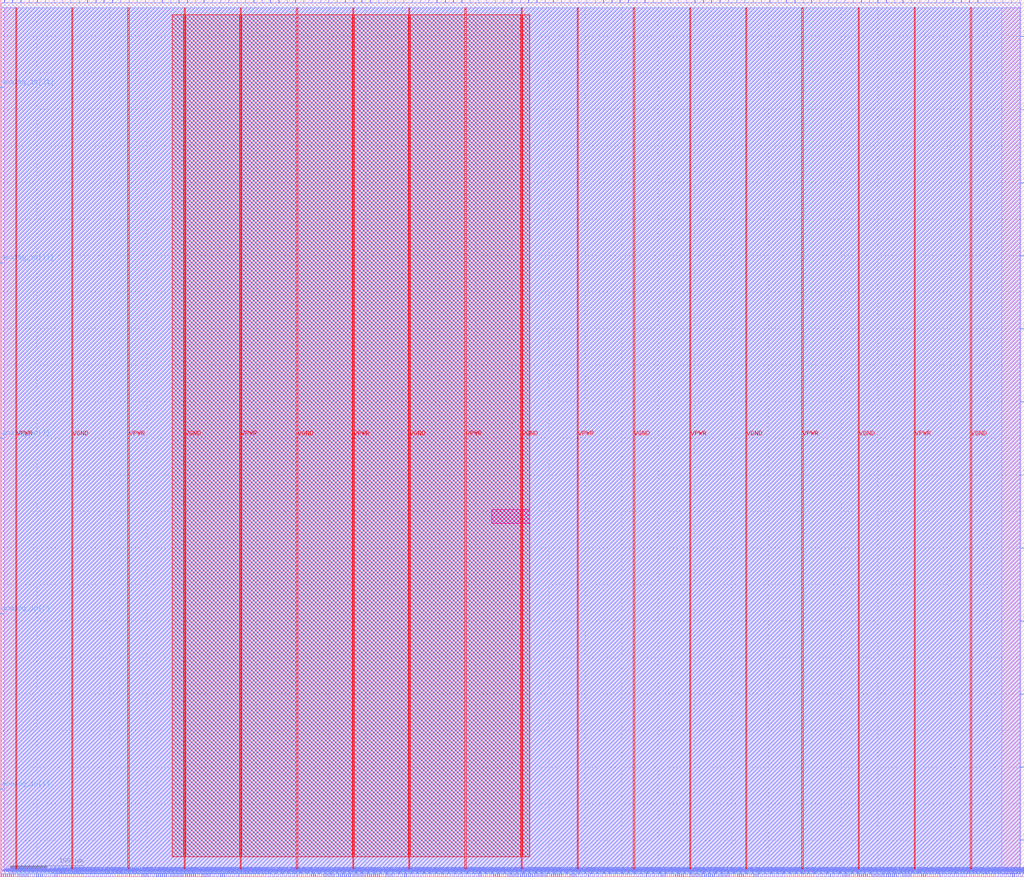
<source format=lef>
VERSION 5.7 ;
  NOWIREEXTENSIONATPIN ON ;
  DIVIDERCHAR "/" ;
  BUSBITCHARS "[]" ;
MACRO top_astria
  CLASS BLOCK ;
  FOREIGN top_astria ;
  ORIGIN 0.000 0.000 ;
  SIZE 1400.000 BY 1200.000 ;
  PIN analog_io[0]
    DIRECTION INOUT ;
    USE SIGNAL ;
    PORT
      LAYER met2 ;
        RECT 1302.810 1196.000 1303.090 1200.000 ;
    END
  END analog_io[0]
  PIN analog_io[10]
    DIRECTION INOUT ;
    USE SIGNAL ;
    PORT
      LAYER met2 ;
        RECT 1336.850 1196.000 1337.130 1200.000 ;
    END
  END analog_io[10]
  PIN analog_io[11]
    DIRECTION INOUT ;
    USE SIGNAL ;
    PORT
      LAYER met3 ;
        RECT 0.000 839.840 4.000 840.440 ;
    END
  END analog_io[11]
  PIN analog_io[12]
    DIRECTION INOUT ;
    USE SIGNAL ;
    PORT
      LAYER met3 ;
        RECT 1396.000 249.600 1400.000 250.200 ;
    END
  END analog_io[12]
  PIN analog_io[13]
    DIRECTION INOUT ;
    USE SIGNAL ;
    PORT
      LAYER met2 ;
        RECT 1392.510 0.000 1392.790 4.000 ;
    END
  END analog_io[13]
  PIN analog_io[14]
    DIRECTION INOUT ;
    USE SIGNAL ;
    PORT
      LAYER met3 ;
        RECT 1396.000 349.560 1400.000 350.160 ;
    END
  END analog_io[14]
  PIN analog_io[15]
    DIRECTION INOUT ;
    USE SIGNAL ;
    PORT
      LAYER met3 ;
        RECT 1396.000 449.520 1400.000 450.120 ;
    END
  END analog_io[15]
  PIN analog_io[16]
    DIRECTION INOUT ;
    USE SIGNAL ;
    PORT
      LAYER met3 ;
        RECT 1396.000 549.480 1400.000 550.080 ;
    END
  END analog_io[16]
  PIN analog_io[17]
    DIRECTION INOUT ;
    USE SIGNAL ;
    PORT
      LAYER met3 ;
        RECT 1396.000 649.440 1400.000 650.040 ;
    END
  END analog_io[17]
  PIN analog_io[18]
    DIRECTION INOUT ;
    USE SIGNAL ;
    PORT
      LAYER met3 ;
        RECT 1396.000 749.400 1400.000 750.000 ;
    END
  END analog_io[18]
  PIN analog_io[19]
    DIRECTION INOUT ;
    USE SIGNAL ;
    PORT
      LAYER met3 ;
        RECT 1396.000 849.360 1400.000 849.960 ;
    END
  END analog_io[19]
  PIN analog_io[1]
    DIRECTION INOUT ;
    USE SIGNAL ;
    PORT
      LAYER met3 ;
        RECT 0.000 119.720 4.000 120.320 ;
    END
  END analog_io[1]
  PIN analog_io[20]
    DIRECTION INOUT ;
    USE SIGNAL ;
    PORT
      LAYER met2 ;
        RECT 1348.350 1196.000 1348.630 1200.000 ;
    END
  END analog_io[20]
  PIN analog_io[21]
    DIRECTION INOUT ;
    USE SIGNAL ;
    PORT
      LAYER met3 ;
        RECT 0.000 1079.880 4.000 1080.480 ;
    END
  END analog_io[21]
  PIN analog_io[22]
    DIRECTION INOUT ;
    USE SIGNAL ;
    PORT
      LAYER met3 ;
        RECT 1396.000 949.320 1400.000 949.920 ;
    END
  END analog_io[22]
  PIN analog_io[23]
    DIRECTION INOUT ;
    USE SIGNAL ;
    PORT
      LAYER met2 ;
        RECT 1359.850 1196.000 1360.130 1200.000 ;
    END
  END analog_io[23]
  PIN analog_io[24]
    DIRECTION INOUT ;
    USE SIGNAL ;
    PORT
      LAYER met2 ;
        RECT 1370.890 1196.000 1371.170 1200.000 ;
    END
  END analog_io[24]
  PIN analog_io[25]
    DIRECTION INOUT ;
    USE SIGNAL ;
    PORT
      LAYER met2 ;
        RECT 1395.270 0.000 1395.550 4.000 ;
    END
  END analog_io[25]
  PIN analog_io[26]
    DIRECTION INOUT ;
    USE SIGNAL ;
    PORT
      LAYER met2 ;
        RECT 1382.390 1196.000 1382.670 1200.000 ;
    END
  END analog_io[26]
  PIN analog_io[27]
    DIRECTION INOUT ;
    USE SIGNAL ;
    PORT
      LAYER met2 ;
        RECT 1393.890 1196.000 1394.170 1200.000 ;
    END
  END analog_io[27]
  PIN analog_io[28]
    DIRECTION INOUT ;
    USE SIGNAL ;
    PORT
      LAYER met3 ;
        RECT 1396.000 1049.280 1400.000 1049.880 ;
    END
  END analog_io[28]
  PIN analog_io[29]
    DIRECTION INOUT ;
    USE SIGNAL ;
    PORT
      LAYER met3 ;
        RECT 1396.000 1149.240 1400.000 1149.840 ;
    END
  END analog_io[29]
  PIN analog_io[2]
    DIRECTION INOUT ;
    USE SIGNAL ;
    PORT
      LAYER met2 ;
        RECT 1314.310 1196.000 1314.590 1200.000 ;
    END
  END analog_io[2]
  PIN analog_io[30]
    DIRECTION INOUT ;
    USE SIGNAL ;
    PORT
      LAYER met2 ;
        RECT 1398.030 0.000 1398.310 4.000 ;
    END
  END analog_io[30]
  PIN analog_io[3]
    DIRECTION INOUT ;
    USE SIGNAL ;
    PORT
      LAYER met3 ;
        RECT 0.000 359.760 4.000 360.360 ;
    END
  END analog_io[3]
  PIN analog_io[4]
    DIRECTION INOUT ;
    USE SIGNAL ;
    PORT
      LAYER met3 ;
        RECT 1396.000 49.680 1400.000 50.280 ;
    END
  END analog_io[4]
  PIN analog_io[5]
    DIRECTION INOUT ;
    USE SIGNAL ;
    PORT
      LAYER met2 ;
        RECT 1386.990 0.000 1387.270 4.000 ;
    END
  END analog_io[5]
  PIN analog_io[6]
    DIRECTION INOUT ;
    USE SIGNAL ;
    PORT
      LAYER met2 ;
        RECT 1325.350 1196.000 1325.630 1200.000 ;
    END
  END analog_io[6]
  PIN analog_io[7]
    DIRECTION INOUT ;
    USE SIGNAL ;
    PORT
      LAYER met3 ;
        RECT 0.000 599.800 4.000 600.400 ;
    END
  END analog_io[7]
  PIN analog_io[8]
    DIRECTION INOUT ;
    USE SIGNAL ;
    PORT
      LAYER met3 ;
        RECT 1396.000 149.640 1400.000 150.240 ;
    END
  END analog_io[8]
  PIN analog_io[9]
    DIRECTION INOUT ;
    USE SIGNAL ;
    PORT
      LAYER met2 ;
        RECT 1389.750 0.000 1390.030 4.000 ;
    END
  END analog_io[9]
  PIN io_in[0]
    DIRECTION INPUT ;
    USE SIGNAL ;
    PORT
      LAYER met2 ;
        RECT 5.610 1196.000 5.890 1200.000 ;
    END
  END io_in[0]
  PIN io_in[10]
    DIRECTION INPUT ;
    USE SIGNAL ;
    PORT
      LAYER met2 ;
        RECT 346.930 1196.000 347.210 1200.000 ;
    END
  END io_in[10]
  PIN io_in[11]
    DIRECTION INPUT ;
    USE SIGNAL ;
    PORT
      LAYER met2 ;
        RECT 380.970 1196.000 381.250 1200.000 ;
    END
  END io_in[11]
  PIN io_in[12]
    DIRECTION INPUT ;
    USE SIGNAL ;
    PORT
      LAYER met2 ;
        RECT 415.010 1196.000 415.290 1200.000 ;
    END
  END io_in[12]
  PIN io_in[13]
    DIRECTION INPUT ;
    USE SIGNAL ;
    PORT
      LAYER met2 ;
        RECT 449.050 1196.000 449.330 1200.000 ;
    END
  END io_in[13]
  PIN io_in[14]
    DIRECTION INPUT ;
    USE SIGNAL ;
    PORT
      LAYER met2 ;
        RECT 483.550 1196.000 483.830 1200.000 ;
    END
  END io_in[14]
  PIN io_in[15]
    DIRECTION INPUT ;
    USE SIGNAL ;
    PORT
      LAYER met2 ;
        RECT 517.590 1196.000 517.870 1200.000 ;
    END
  END io_in[15]
  PIN io_in[16]
    DIRECTION INPUT ;
    USE SIGNAL ;
    PORT
      LAYER met2 ;
        RECT 551.630 1196.000 551.910 1200.000 ;
    END
  END io_in[16]
  PIN io_in[17]
    DIRECTION INPUT ;
    USE SIGNAL ;
    PORT
      LAYER met2 ;
        RECT 585.670 1196.000 585.950 1200.000 ;
    END
  END io_in[17]
  PIN io_in[18]
    DIRECTION INPUT ;
    USE SIGNAL ;
    PORT
      LAYER met2 ;
        RECT 619.710 1196.000 619.990 1200.000 ;
    END
  END io_in[18]
  PIN io_in[19]
    DIRECTION INPUT ;
    USE SIGNAL ;
    PORT
      LAYER met2 ;
        RECT 654.210 1196.000 654.490 1200.000 ;
    END
  END io_in[19]
  PIN io_in[1]
    DIRECTION INPUT ;
    USE SIGNAL ;
    PORT
      LAYER met2 ;
        RECT 39.650 1196.000 39.930 1200.000 ;
    END
  END io_in[1]
  PIN io_in[20]
    DIRECTION INPUT ;
    USE SIGNAL ;
    PORT
      LAYER met2 ;
        RECT 688.250 1196.000 688.530 1200.000 ;
    END
  END io_in[20]
  PIN io_in[21]
    DIRECTION INPUT ;
    USE SIGNAL ;
    PORT
      LAYER met2 ;
        RECT 722.290 1196.000 722.570 1200.000 ;
    END
  END io_in[21]
  PIN io_in[22]
    DIRECTION INPUT ;
    USE SIGNAL ;
    PORT
      LAYER met2 ;
        RECT 756.330 1196.000 756.610 1200.000 ;
    END
  END io_in[22]
  PIN io_in[23]
    DIRECTION INPUT ;
    USE SIGNAL ;
    PORT
      LAYER met2 ;
        RECT 790.830 1196.000 791.110 1200.000 ;
    END
  END io_in[23]
  PIN io_in[24]
    DIRECTION INPUT ;
    USE SIGNAL ;
    PORT
      LAYER met2 ;
        RECT 824.870 1196.000 825.150 1200.000 ;
    END
  END io_in[24]
  PIN io_in[25]
    DIRECTION INPUT ;
    USE SIGNAL ;
    PORT
      LAYER met2 ;
        RECT 858.910 1196.000 859.190 1200.000 ;
    END
  END io_in[25]
  PIN io_in[26]
    DIRECTION INPUT ;
    USE SIGNAL ;
    PORT
      LAYER met2 ;
        RECT 892.950 1196.000 893.230 1200.000 ;
    END
  END io_in[26]
  PIN io_in[27]
    DIRECTION INPUT ;
    USE SIGNAL ;
    PORT
      LAYER met2 ;
        RECT 926.990 1196.000 927.270 1200.000 ;
    END
  END io_in[27]
  PIN io_in[28]
    DIRECTION INPUT ;
    USE SIGNAL ;
    PORT
      LAYER met2 ;
        RECT 961.490 1196.000 961.770 1200.000 ;
    END
  END io_in[28]
  PIN io_in[29]
    DIRECTION INPUT ;
    USE SIGNAL ;
    PORT
      LAYER met2 ;
        RECT 995.530 1196.000 995.810 1200.000 ;
    END
  END io_in[29]
  PIN io_in[2]
    DIRECTION INPUT ;
    USE SIGNAL ;
    PORT
      LAYER met2 ;
        RECT 73.690 1196.000 73.970 1200.000 ;
    END
  END io_in[2]
  PIN io_in[30]
    DIRECTION INPUT ;
    USE SIGNAL ;
    PORT
      LAYER met2 ;
        RECT 1029.570 1196.000 1029.850 1200.000 ;
    END
  END io_in[30]
  PIN io_in[31]
    DIRECTION INPUT ;
    USE SIGNAL ;
    PORT
      LAYER met2 ;
        RECT 1063.610 1196.000 1063.890 1200.000 ;
    END
  END io_in[31]
  PIN io_in[32]
    DIRECTION INPUT ;
    USE SIGNAL ;
    PORT
      LAYER met2 ;
        RECT 1098.110 1196.000 1098.390 1200.000 ;
    END
  END io_in[32]
  PIN io_in[33]
    DIRECTION INPUT ;
    USE SIGNAL ;
    PORT
      LAYER met2 ;
        RECT 1132.150 1196.000 1132.430 1200.000 ;
    END
  END io_in[33]
  PIN io_in[34]
    DIRECTION INPUT ;
    USE SIGNAL ;
    PORT
      LAYER met2 ;
        RECT 1166.190 1196.000 1166.470 1200.000 ;
    END
  END io_in[34]
  PIN io_in[35]
    DIRECTION INPUT ;
    USE SIGNAL ;
    PORT
      LAYER met2 ;
        RECT 1200.230 1196.000 1200.510 1200.000 ;
    END
  END io_in[35]
  PIN io_in[36]
    DIRECTION INPUT ;
    USE SIGNAL ;
    PORT
      LAYER met2 ;
        RECT 1234.270 1196.000 1234.550 1200.000 ;
    END
  END io_in[36]
  PIN io_in[37]
    DIRECTION INPUT ;
    USE SIGNAL ;
    PORT
      LAYER met2 ;
        RECT 1268.770 1196.000 1269.050 1200.000 ;
    END
  END io_in[37]
  PIN io_in[3]
    DIRECTION INPUT ;
    USE SIGNAL ;
    PORT
      LAYER met2 ;
        RECT 107.730 1196.000 108.010 1200.000 ;
    END
  END io_in[3]
  PIN io_in[4]
    DIRECTION INPUT ;
    USE SIGNAL ;
    PORT
      LAYER met2 ;
        RECT 141.770 1196.000 142.050 1200.000 ;
    END
  END io_in[4]
  PIN io_in[5]
    DIRECTION INPUT ;
    USE SIGNAL ;
    PORT
      LAYER met2 ;
        RECT 176.270 1196.000 176.550 1200.000 ;
    END
  END io_in[5]
  PIN io_in[6]
    DIRECTION INPUT ;
    USE SIGNAL ;
    PORT
      LAYER met2 ;
        RECT 210.310 1196.000 210.590 1200.000 ;
    END
  END io_in[6]
  PIN io_in[7]
    DIRECTION INPUT ;
    USE SIGNAL ;
    PORT
      LAYER met2 ;
        RECT 244.350 1196.000 244.630 1200.000 ;
    END
  END io_in[7]
  PIN io_in[8]
    DIRECTION INPUT ;
    USE SIGNAL ;
    PORT
      LAYER met2 ;
        RECT 278.390 1196.000 278.670 1200.000 ;
    END
  END io_in[8]
  PIN io_in[9]
    DIRECTION INPUT ;
    USE SIGNAL ;
    PORT
      LAYER met2 ;
        RECT 312.430 1196.000 312.710 1200.000 ;
    END
  END io_in[9]
  PIN io_oeb[0]
    DIRECTION OUTPUT TRISTATE ;
    USE SIGNAL ;
    PORT
      LAYER met2 ;
        RECT 16.650 1196.000 16.930 1200.000 ;
    END
  END io_oeb[0]
  PIN io_oeb[10]
    DIRECTION OUTPUT TRISTATE ;
    USE SIGNAL ;
    PORT
      LAYER met2 ;
        RECT 357.970 1196.000 358.250 1200.000 ;
    END
  END io_oeb[10]
  PIN io_oeb[11]
    DIRECTION OUTPUT TRISTATE ;
    USE SIGNAL ;
    PORT
      LAYER met2 ;
        RECT 392.470 1196.000 392.750 1200.000 ;
    END
  END io_oeb[11]
  PIN io_oeb[12]
    DIRECTION OUTPUT TRISTATE ;
    USE SIGNAL ;
    PORT
      LAYER met2 ;
        RECT 426.510 1196.000 426.790 1200.000 ;
    END
  END io_oeb[12]
  PIN io_oeb[13]
    DIRECTION OUTPUT TRISTATE ;
    USE SIGNAL ;
    PORT
      LAYER met2 ;
        RECT 460.550 1196.000 460.830 1200.000 ;
    END
  END io_oeb[13]
  PIN io_oeb[14]
    DIRECTION OUTPUT TRISTATE ;
    USE SIGNAL ;
    PORT
      LAYER met2 ;
        RECT 494.590 1196.000 494.870 1200.000 ;
    END
  END io_oeb[14]
  PIN io_oeb[15]
    DIRECTION OUTPUT TRISTATE ;
    USE SIGNAL ;
    PORT
      LAYER met2 ;
        RECT 529.090 1196.000 529.370 1200.000 ;
    END
  END io_oeb[15]
  PIN io_oeb[16]
    DIRECTION OUTPUT TRISTATE ;
    USE SIGNAL ;
    PORT
      LAYER met2 ;
        RECT 563.130 1196.000 563.410 1200.000 ;
    END
  END io_oeb[16]
  PIN io_oeb[17]
    DIRECTION OUTPUT TRISTATE ;
    USE SIGNAL ;
    PORT
      LAYER met2 ;
        RECT 597.170 1196.000 597.450 1200.000 ;
    END
  END io_oeb[17]
  PIN io_oeb[18]
    DIRECTION OUTPUT TRISTATE ;
    USE SIGNAL ;
    PORT
      LAYER met2 ;
        RECT 631.210 1196.000 631.490 1200.000 ;
    END
  END io_oeb[18]
  PIN io_oeb[19]
    DIRECTION OUTPUT TRISTATE ;
    USE SIGNAL ;
    PORT
      LAYER met2 ;
        RECT 665.250 1196.000 665.530 1200.000 ;
    END
  END io_oeb[19]
  PIN io_oeb[1]
    DIRECTION OUTPUT TRISTATE ;
    USE SIGNAL ;
    PORT
      LAYER met2 ;
        RECT 50.690 1196.000 50.970 1200.000 ;
    END
  END io_oeb[1]
  PIN io_oeb[20]
    DIRECTION OUTPUT TRISTATE ;
    USE SIGNAL ;
    PORT
      LAYER met2 ;
        RECT 699.750 1196.000 700.030 1200.000 ;
    END
  END io_oeb[20]
  PIN io_oeb[21]
    DIRECTION OUTPUT TRISTATE ;
    USE SIGNAL ;
    PORT
      LAYER met2 ;
        RECT 733.790 1196.000 734.070 1200.000 ;
    END
  END io_oeb[21]
  PIN io_oeb[22]
    DIRECTION OUTPUT TRISTATE ;
    USE SIGNAL ;
    PORT
      LAYER met2 ;
        RECT 767.830 1196.000 768.110 1200.000 ;
    END
  END io_oeb[22]
  PIN io_oeb[23]
    DIRECTION OUTPUT TRISTATE ;
    USE SIGNAL ;
    PORT
      LAYER met2 ;
        RECT 801.870 1196.000 802.150 1200.000 ;
    END
  END io_oeb[23]
  PIN io_oeb[24]
    DIRECTION OUTPUT TRISTATE ;
    USE SIGNAL ;
    PORT
      LAYER met2 ;
        RECT 836.370 1196.000 836.650 1200.000 ;
    END
  END io_oeb[24]
  PIN io_oeb[25]
    DIRECTION OUTPUT TRISTATE ;
    USE SIGNAL ;
    PORT
      LAYER met2 ;
        RECT 870.410 1196.000 870.690 1200.000 ;
    END
  END io_oeb[25]
  PIN io_oeb[26]
    DIRECTION OUTPUT TRISTATE ;
    USE SIGNAL ;
    PORT
      LAYER met2 ;
        RECT 904.450 1196.000 904.730 1200.000 ;
    END
  END io_oeb[26]
  PIN io_oeb[27]
    DIRECTION OUTPUT TRISTATE ;
    USE SIGNAL ;
    PORT
      LAYER met2 ;
        RECT 938.490 1196.000 938.770 1200.000 ;
    END
  END io_oeb[27]
  PIN io_oeb[28]
    DIRECTION OUTPUT TRISTATE ;
    USE SIGNAL ;
    PORT
      LAYER met2 ;
        RECT 972.530 1196.000 972.810 1200.000 ;
    END
  END io_oeb[28]
  PIN io_oeb[29]
    DIRECTION OUTPUT TRISTATE ;
    USE SIGNAL ;
    PORT
      LAYER met2 ;
        RECT 1007.030 1196.000 1007.310 1200.000 ;
    END
  END io_oeb[29]
  PIN io_oeb[2]
    DIRECTION OUTPUT TRISTATE ;
    USE SIGNAL ;
    PORT
      LAYER met2 ;
        RECT 85.190 1196.000 85.470 1200.000 ;
    END
  END io_oeb[2]
  PIN io_oeb[30]
    DIRECTION OUTPUT TRISTATE ;
    USE SIGNAL ;
    PORT
      LAYER met2 ;
        RECT 1041.070 1196.000 1041.350 1200.000 ;
    END
  END io_oeb[30]
  PIN io_oeb[31]
    DIRECTION OUTPUT TRISTATE ;
    USE SIGNAL ;
    PORT
      LAYER met2 ;
        RECT 1075.110 1196.000 1075.390 1200.000 ;
    END
  END io_oeb[31]
  PIN io_oeb[32]
    DIRECTION OUTPUT TRISTATE ;
    USE SIGNAL ;
    PORT
      LAYER met2 ;
        RECT 1109.150 1196.000 1109.430 1200.000 ;
    END
  END io_oeb[32]
  PIN io_oeb[33]
    DIRECTION OUTPUT TRISTATE ;
    USE SIGNAL ;
    PORT
      LAYER met2 ;
        RECT 1143.190 1196.000 1143.470 1200.000 ;
    END
  END io_oeb[33]
  PIN io_oeb[34]
    DIRECTION OUTPUT TRISTATE ;
    USE SIGNAL ;
    PORT
      LAYER met2 ;
        RECT 1177.690 1196.000 1177.970 1200.000 ;
    END
  END io_oeb[34]
  PIN io_oeb[35]
    DIRECTION OUTPUT TRISTATE ;
    USE SIGNAL ;
    PORT
      LAYER met2 ;
        RECT 1211.730 1196.000 1212.010 1200.000 ;
    END
  END io_oeb[35]
  PIN io_oeb[36]
    DIRECTION OUTPUT TRISTATE ;
    USE SIGNAL ;
    PORT
      LAYER met2 ;
        RECT 1245.770 1196.000 1246.050 1200.000 ;
    END
  END io_oeb[36]
  PIN io_oeb[37]
    DIRECTION OUTPUT TRISTATE ;
    USE SIGNAL ;
    PORT
      LAYER met2 ;
        RECT 1279.810 1196.000 1280.090 1200.000 ;
    END
  END io_oeb[37]
  PIN io_oeb[3]
    DIRECTION OUTPUT TRISTATE ;
    USE SIGNAL ;
    PORT
      LAYER met2 ;
        RECT 119.230 1196.000 119.510 1200.000 ;
    END
  END io_oeb[3]
  PIN io_oeb[4]
    DIRECTION OUTPUT TRISTATE ;
    USE SIGNAL ;
    PORT
      LAYER met2 ;
        RECT 153.270 1196.000 153.550 1200.000 ;
    END
  END io_oeb[4]
  PIN io_oeb[5]
    DIRECTION OUTPUT TRISTATE ;
    USE SIGNAL ;
    PORT
      LAYER met2 ;
        RECT 187.310 1196.000 187.590 1200.000 ;
    END
  END io_oeb[5]
  PIN io_oeb[6]
    DIRECTION OUTPUT TRISTATE ;
    USE SIGNAL ;
    PORT
      LAYER met2 ;
        RECT 221.810 1196.000 222.090 1200.000 ;
    END
  END io_oeb[6]
  PIN io_oeb[7]
    DIRECTION OUTPUT TRISTATE ;
    USE SIGNAL ;
    PORT
      LAYER met2 ;
        RECT 255.850 1196.000 256.130 1200.000 ;
    END
  END io_oeb[7]
  PIN io_oeb[8]
    DIRECTION OUTPUT TRISTATE ;
    USE SIGNAL ;
    PORT
      LAYER met2 ;
        RECT 289.890 1196.000 290.170 1200.000 ;
    END
  END io_oeb[8]
  PIN io_oeb[9]
    DIRECTION OUTPUT TRISTATE ;
    USE SIGNAL ;
    PORT
      LAYER met2 ;
        RECT 323.930 1196.000 324.210 1200.000 ;
    END
  END io_oeb[9]
  PIN io_out[0]
    DIRECTION OUTPUT TRISTATE ;
    USE SIGNAL ;
    PORT
      LAYER met2 ;
        RECT 28.150 1196.000 28.430 1200.000 ;
    END
  END io_out[0]
  PIN io_out[10]
    DIRECTION OUTPUT TRISTATE ;
    USE SIGNAL ;
    PORT
      LAYER met2 ;
        RECT 369.470 1196.000 369.750 1200.000 ;
    END
  END io_out[10]
  PIN io_out[11]
    DIRECTION OUTPUT TRISTATE ;
    USE SIGNAL ;
    PORT
      LAYER met2 ;
        RECT 403.510 1196.000 403.790 1200.000 ;
    END
  END io_out[11]
  PIN io_out[12]
    DIRECTION OUTPUT TRISTATE ;
    USE SIGNAL ;
    PORT
      LAYER met2 ;
        RECT 438.010 1196.000 438.290 1200.000 ;
    END
  END io_out[12]
  PIN io_out[13]
    DIRECTION OUTPUT TRISTATE ;
    USE SIGNAL ;
    PORT
      LAYER met2 ;
        RECT 472.050 1196.000 472.330 1200.000 ;
    END
  END io_out[13]
  PIN io_out[14]
    DIRECTION OUTPUT TRISTATE ;
    USE SIGNAL ;
    PORT
      LAYER met2 ;
        RECT 506.090 1196.000 506.370 1200.000 ;
    END
  END io_out[14]
  PIN io_out[15]
    DIRECTION OUTPUT TRISTATE ;
    USE SIGNAL ;
    PORT
      LAYER met2 ;
        RECT 540.130 1196.000 540.410 1200.000 ;
    END
  END io_out[15]
  PIN io_out[16]
    DIRECTION OUTPUT TRISTATE ;
    USE SIGNAL ;
    PORT
      LAYER met2 ;
        RECT 574.170 1196.000 574.450 1200.000 ;
    END
  END io_out[16]
  PIN io_out[17]
    DIRECTION OUTPUT TRISTATE ;
    USE SIGNAL ;
    PORT
      LAYER met2 ;
        RECT 608.670 1196.000 608.950 1200.000 ;
    END
  END io_out[17]
  PIN io_out[18]
    DIRECTION OUTPUT TRISTATE ;
    USE SIGNAL ;
    PORT
      LAYER met2 ;
        RECT 642.710 1196.000 642.990 1200.000 ;
    END
  END io_out[18]
  PIN io_out[19]
    DIRECTION OUTPUT TRISTATE ;
    USE SIGNAL ;
    PORT
      LAYER met2 ;
        RECT 676.750 1196.000 677.030 1200.000 ;
    END
  END io_out[19]
  PIN io_out[1]
    DIRECTION OUTPUT TRISTATE ;
    USE SIGNAL ;
    PORT
      LAYER met2 ;
        RECT 62.190 1196.000 62.470 1200.000 ;
    END
  END io_out[1]
  PIN io_out[20]
    DIRECTION OUTPUT TRISTATE ;
    USE SIGNAL ;
    PORT
      LAYER met2 ;
        RECT 710.790 1196.000 711.070 1200.000 ;
    END
  END io_out[20]
  PIN io_out[21]
    DIRECTION OUTPUT TRISTATE ;
    USE SIGNAL ;
    PORT
      LAYER met2 ;
        RECT 745.290 1196.000 745.570 1200.000 ;
    END
  END io_out[21]
  PIN io_out[22]
    DIRECTION OUTPUT TRISTATE ;
    USE SIGNAL ;
    PORT
      LAYER met2 ;
        RECT 779.330 1196.000 779.610 1200.000 ;
    END
  END io_out[22]
  PIN io_out[23]
    DIRECTION OUTPUT TRISTATE ;
    USE SIGNAL ;
    PORT
      LAYER met2 ;
        RECT 813.370 1196.000 813.650 1200.000 ;
    END
  END io_out[23]
  PIN io_out[24]
    DIRECTION OUTPUT TRISTATE ;
    USE SIGNAL ;
    PORT
      LAYER met2 ;
        RECT 847.410 1196.000 847.690 1200.000 ;
    END
  END io_out[24]
  PIN io_out[25]
    DIRECTION OUTPUT TRISTATE ;
    USE SIGNAL ;
    PORT
      LAYER met2 ;
        RECT 881.450 1196.000 881.730 1200.000 ;
    END
  END io_out[25]
  PIN io_out[26]
    DIRECTION OUTPUT TRISTATE ;
    USE SIGNAL ;
    PORT
      LAYER met2 ;
        RECT 915.950 1196.000 916.230 1200.000 ;
    END
  END io_out[26]
  PIN io_out[27]
    DIRECTION OUTPUT TRISTATE ;
    USE SIGNAL ;
    PORT
      LAYER met2 ;
        RECT 949.990 1196.000 950.270 1200.000 ;
    END
  END io_out[27]
  PIN io_out[28]
    DIRECTION OUTPUT TRISTATE ;
    USE SIGNAL ;
    PORT
      LAYER met2 ;
        RECT 984.030 1196.000 984.310 1200.000 ;
    END
  END io_out[28]
  PIN io_out[29]
    DIRECTION OUTPUT TRISTATE ;
    USE SIGNAL ;
    PORT
      LAYER met2 ;
        RECT 1018.070 1196.000 1018.350 1200.000 ;
    END
  END io_out[29]
  PIN io_out[2]
    DIRECTION OUTPUT TRISTATE ;
    USE SIGNAL ;
    PORT
      LAYER met2 ;
        RECT 96.230 1196.000 96.510 1200.000 ;
    END
  END io_out[2]
  PIN io_out[30]
    DIRECTION OUTPUT TRISTATE ;
    USE SIGNAL ;
    PORT
      LAYER met2 ;
        RECT 1052.570 1196.000 1052.850 1200.000 ;
    END
  END io_out[30]
  PIN io_out[31]
    DIRECTION OUTPUT TRISTATE ;
    USE SIGNAL ;
    PORT
      LAYER met2 ;
        RECT 1086.610 1196.000 1086.890 1200.000 ;
    END
  END io_out[31]
  PIN io_out[32]
    DIRECTION OUTPUT TRISTATE ;
    USE SIGNAL ;
    PORT
      LAYER met2 ;
        RECT 1120.650 1196.000 1120.930 1200.000 ;
    END
  END io_out[32]
  PIN io_out[33]
    DIRECTION OUTPUT TRISTATE ;
    USE SIGNAL ;
    PORT
      LAYER met2 ;
        RECT 1154.690 1196.000 1154.970 1200.000 ;
    END
  END io_out[33]
  PIN io_out[34]
    DIRECTION OUTPUT TRISTATE ;
    USE SIGNAL ;
    PORT
      LAYER met2 ;
        RECT 1188.730 1196.000 1189.010 1200.000 ;
    END
  END io_out[34]
  PIN io_out[35]
    DIRECTION OUTPUT TRISTATE ;
    USE SIGNAL ;
    PORT
      LAYER met2 ;
        RECT 1223.230 1196.000 1223.510 1200.000 ;
    END
  END io_out[35]
  PIN io_out[36]
    DIRECTION OUTPUT TRISTATE ;
    USE SIGNAL ;
    PORT
      LAYER met2 ;
        RECT 1257.270 1196.000 1257.550 1200.000 ;
    END
  END io_out[36]
  PIN io_out[37]
    DIRECTION OUTPUT TRISTATE ;
    USE SIGNAL ;
    PORT
      LAYER met2 ;
        RECT 1291.310 1196.000 1291.590 1200.000 ;
    END
  END io_out[37]
  PIN io_out[3]
    DIRECTION OUTPUT TRISTATE ;
    USE SIGNAL ;
    PORT
      LAYER met2 ;
        RECT 130.730 1196.000 131.010 1200.000 ;
    END
  END io_out[3]
  PIN io_out[4]
    DIRECTION OUTPUT TRISTATE ;
    USE SIGNAL ;
    PORT
      LAYER met2 ;
        RECT 164.770 1196.000 165.050 1200.000 ;
    END
  END io_out[4]
  PIN io_out[5]
    DIRECTION OUTPUT TRISTATE ;
    USE SIGNAL ;
    PORT
      LAYER met2 ;
        RECT 198.810 1196.000 199.090 1200.000 ;
    END
  END io_out[5]
  PIN io_out[6]
    DIRECTION OUTPUT TRISTATE ;
    USE SIGNAL ;
    PORT
      LAYER met2 ;
        RECT 232.850 1196.000 233.130 1200.000 ;
    END
  END io_out[6]
  PIN io_out[7]
    DIRECTION OUTPUT TRISTATE ;
    USE SIGNAL ;
    PORT
      LAYER met2 ;
        RECT 267.350 1196.000 267.630 1200.000 ;
    END
  END io_out[7]
  PIN io_out[8]
    DIRECTION OUTPUT TRISTATE ;
    USE SIGNAL ;
    PORT
      LAYER met2 ;
        RECT 301.390 1196.000 301.670 1200.000 ;
    END
  END io_out[8]
  PIN io_out[9]
    DIRECTION OUTPUT TRISTATE ;
    USE SIGNAL ;
    PORT
      LAYER met2 ;
        RECT 335.430 1196.000 335.710 1200.000 ;
    END
  END io_out[9]
  PIN la_data_in[0]
    DIRECTION INPUT ;
    USE SIGNAL ;
    PORT
      LAYER met2 ;
        RECT 300.930 0.000 301.210 4.000 ;
    END
  END la_data_in[0]
  PIN la_data_in[100]
    DIRECTION INPUT ;
    USE SIGNAL ;
    PORT
      LAYER met2 ;
        RECT 1149.170 0.000 1149.450 4.000 ;
    END
  END la_data_in[100]
  PIN la_data_in[101]
    DIRECTION INPUT ;
    USE SIGNAL ;
    PORT
      LAYER met2 ;
        RECT 1157.910 0.000 1158.190 4.000 ;
    END
  END la_data_in[101]
  PIN la_data_in[102]
    DIRECTION INPUT ;
    USE SIGNAL ;
    PORT
      LAYER met2 ;
        RECT 1166.190 0.000 1166.470 4.000 ;
    END
  END la_data_in[102]
  PIN la_data_in[103]
    DIRECTION INPUT ;
    USE SIGNAL ;
    PORT
      LAYER met2 ;
        RECT 1174.930 0.000 1175.210 4.000 ;
    END
  END la_data_in[103]
  PIN la_data_in[104]
    DIRECTION INPUT ;
    USE SIGNAL ;
    PORT
      LAYER met2 ;
        RECT 1183.210 0.000 1183.490 4.000 ;
    END
  END la_data_in[104]
  PIN la_data_in[105]
    DIRECTION INPUT ;
    USE SIGNAL ;
    PORT
      LAYER met2 ;
        RECT 1191.950 0.000 1192.230 4.000 ;
    END
  END la_data_in[105]
  PIN la_data_in[106]
    DIRECTION INPUT ;
    USE SIGNAL ;
    PORT
      LAYER met2 ;
        RECT 1200.230 0.000 1200.510 4.000 ;
    END
  END la_data_in[106]
  PIN la_data_in[107]
    DIRECTION INPUT ;
    USE SIGNAL ;
    PORT
      LAYER met2 ;
        RECT 1208.510 0.000 1208.790 4.000 ;
    END
  END la_data_in[107]
  PIN la_data_in[108]
    DIRECTION INPUT ;
    USE SIGNAL ;
    PORT
      LAYER met2 ;
        RECT 1217.250 0.000 1217.530 4.000 ;
    END
  END la_data_in[108]
  PIN la_data_in[109]
    DIRECTION INPUT ;
    USE SIGNAL ;
    PORT
      LAYER met2 ;
        RECT 1225.530 0.000 1225.810 4.000 ;
    END
  END la_data_in[109]
  PIN la_data_in[10]
    DIRECTION INPUT ;
    USE SIGNAL ;
    PORT
      LAYER met2 ;
        RECT 386.030 0.000 386.310 4.000 ;
    END
  END la_data_in[10]
  PIN la_data_in[110]
    DIRECTION INPUT ;
    USE SIGNAL ;
    PORT
      LAYER met2 ;
        RECT 1234.270 0.000 1234.550 4.000 ;
    END
  END la_data_in[110]
  PIN la_data_in[111]
    DIRECTION INPUT ;
    USE SIGNAL ;
    PORT
      LAYER met2 ;
        RECT 1242.550 0.000 1242.830 4.000 ;
    END
  END la_data_in[111]
  PIN la_data_in[112]
    DIRECTION INPUT ;
    USE SIGNAL ;
    PORT
      LAYER met2 ;
        RECT 1251.290 0.000 1251.570 4.000 ;
    END
  END la_data_in[112]
  PIN la_data_in[113]
    DIRECTION INPUT ;
    USE SIGNAL ;
    PORT
      LAYER met2 ;
        RECT 1259.570 0.000 1259.850 4.000 ;
    END
  END la_data_in[113]
  PIN la_data_in[114]
    DIRECTION INPUT ;
    USE SIGNAL ;
    PORT
      LAYER met2 ;
        RECT 1268.310 0.000 1268.590 4.000 ;
    END
  END la_data_in[114]
  PIN la_data_in[115]
    DIRECTION INPUT ;
    USE SIGNAL ;
    PORT
      LAYER met2 ;
        RECT 1276.590 0.000 1276.870 4.000 ;
    END
  END la_data_in[115]
  PIN la_data_in[116]
    DIRECTION INPUT ;
    USE SIGNAL ;
    PORT
      LAYER met2 ;
        RECT 1284.870 0.000 1285.150 4.000 ;
    END
  END la_data_in[116]
  PIN la_data_in[117]
    DIRECTION INPUT ;
    USE SIGNAL ;
    PORT
      LAYER met2 ;
        RECT 1293.610 0.000 1293.890 4.000 ;
    END
  END la_data_in[117]
  PIN la_data_in[118]
    DIRECTION INPUT ;
    USE SIGNAL ;
    PORT
      LAYER met2 ;
        RECT 1301.890 0.000 1302.170 4.000 ;
    END
  END la_data_in[118]
  PIN la_data_in[119]
    DIRECTION INPUT ;
    USE SIGNAL ;
    PORT
      LAYER met2 ;
        RECT 1310.630 0.000 1310.910 4.000 ;
    END
  END la_data_in[119]
  PIN la_data_in[11]
    DIRECTION INPUT ;
    USE SIGNAL ;
    PORT
      LAYER met2 ;
        RECT 394.310 0.000 394.590 4.000 ;
    END
  END la_data_in[11]
  PIN la_data_in[120]
    DIRECTION INPUT ;
    USE SIGNAL ;
    PORT
      LAYER met2 ;
        RECT 1318.910 0.000 1319.190 4.000 ;
    END
  END la_data_in[120]
  PIN la_data_in[121]
    DIRECTION INPUT ;
    USE SIGNAL ;
    PORT
      LAYER met2 ;
        RECT 1327.650 0.000 1327.930 4.000 ;
    END
  END la_data_in[121]
  PIN la_data_in[122]
    DIRECTION INPUT ;
    USE SIGNAL ;
    PORT
      LAYER met2 ;
        RECT 1335.930 0.000 1336.210 4.000 ;
    END
  END la_data_in[122]
  PIN la_data_in[123]
    DIRECTION INPUT ;
    USE SIGNAL ;
    PORT
      LAYER met2 ;
        RECT 1344.670 0.000 1344.950 4.000 ;
    END
  END la_data_in[123]
  PIN la_data_in[124]
    DIRECTION INPUT ;
    USE SIGNAL ;
    PORT
      LAYER met2 ;
        RECT 1352.950 0.000 1353.230 4.000 ;
    END
  END la_data_in[124]
  PIN la_data_in[125]
    DIRECTION INPUT ;
    USE SIGNAL ;
    PORT
      LAYER met2 ;
        RECT 1361.230 0.000 1361.510 4.000 ;
    END
  END la_data_in[125]
  PIN la_data_in[126]
    DIRECTION INPUT ;
    USE SIGNAL ;
    PORT
      LAYER met2 ;
        RECT 1369.970 0.000 1370.250 4.000 ;
    END
  END la_data_in[126]
  PIN la_data_in[127]
    DIRECTION INPUT ;
    USE SIGNAL ;
    PORT
      LAYER met2 ;
        RECT 1378.250 0.000 1378.530 4.000 ;
    END
  END la_data_in[127]
  PIN la_data_in[12]
    DIRECTION INPUT ;
    USE SIGNAL ;
    PORT
      LAYER met2 ;
        RECT 402.590 0.000 402.870 4.000 ;
    END
  END la_data_in[12]
  PIN la_data_in[13]
    DIRECTION INPUT ;
    USE SIGNAL ;
    PORT
      LAYER met2 ;
        RECT 411.330 0.000 411.610 4.000 ;
    END
  END la_data_in[13]
  PIN la_data_in[14]
    DIRECTION INPUT ;
    USE SIGNAL ;
    PORT
      LAYER met2 ;
        RECT 419.610 0.000 419.890 4.000 ;
    END
  END la_data_in[14]
  PIN la_data_in[15]
    DIRECTION INPUT ;
    USE SIGNAL ;
    PORT
      LAYER met2 ;
        RECT 428.350 0.000 428.630 4.000 ;
    END
  END la_data_in[15]
  PIN la_data_in[16]
    DIRECTION INPUT ;
    USE SIGNAL ;
    PORT
      LAYER met2 ;
        RECT 436.630 0.000 436.910 4.000 ;
    END
  END la_data_in[16]
  PIN la_data_in[17]
    DIRECTION INPUT ;
    USE SIGNAL ;
    PORT
      LAYER met2 ;
        RECT 445.370 0.000 445.650 4.000 ;
    END
  END la_data_in[17]
  PIN la_data_in[18]
    DIRECTION INPUT ;
    USE SIGNAL ;
    PORT
      LAYER met2 ;
        RECT 453.650 0.000 453.930 4.000 ;
    END
  END la_data_in[18]
  PIN la_data_in[19]
    DIRECTION INPUT ;
    USE SIGNAL ;
    PORT
      LAYER met2 ;
        RECT 462.390 0.000 462.670 4.000 ;
    END
  END la_data_in[19]
  PIN la_data_in[1]
    DIRECTION INPUT ;
    USE SIGNAL ;
    PORT
      LAYER met2 ;
        RECT 309.670 0.000 309.950 4.000 ;
    END
  END la_data_in[1]
  PIN la_data_in[20]
    DIRECTION INPUT ;
    USE SIGNAL ;
    PORT
      LAYER met2 ;
        RECT 470.670 0.000 470.950 4.000 ;
    END
  END la_data_in[20]
  PIN la_data_in[21]
    DIRECTION INPUT ;
    USE SIGNAL ;
    PORT
      LAYER met2 ;
        RECT 478.950 0.000 479.230 4.000 ;
    END
  END la_data_in[21]
  PIN la_data_in[22]
    DIRECTION INPUT ;
    USE SIGNAL ;
    PORT
      LAYER met2 ;
        RECT 487.690 0.000 487.970 4.000 ;
    END
  END la_data_in[22]
  PIN la_data_in[23]
    DIRECTION INPUT ;
    USE SIGNAL ;
    PORT
      LAYER met2 ;
        RECT 495.970 0.000 496.250 4.000 ;
    END
  END la_data_in[23]
  PIN la_data_in[24]
    DIRECTION INPUT ;
    USE SIGNAL ;
    PORT
      LAYER met2 ;
        RECT 504.710 0.000 504.990 4.000 ;
    END
  END la_data_in[24]
  PIN la_data_in[25]
    DIRECTION INPUT ;
    USE SIGNAL ;
    PORT
      LAYER met2 ;
        RECT 512.990 0.000 513.270 4.000 ;
    END
  END la_data_in[25]
  PIN la_data_in[26]
    DIRECTION INPUT ;
    USE SIGNAL ;
    PORT
      LAYER met2 ;
        RECT 521.730 0.000 522.010 4.000 ;
    END
  END la_data_in[26]
  PIN la_data_in[27]
    DIRECTION INPUT ;
    USE SIGNAL ;
    PORT
      LAYER met2 ;
        RECT 530.010 0.000 530.290 4.000 ;
    END
  END la_data_in[27]
  PIN la_data_in[28]
    DIRECTION INPUT ;
    USE SIGNAL ;
    PORT
      LAYER met2 ;
        RECT 538.750 0.000 539.030 4.000 ;
    END
  END la_data_in[28]
  PIN la_data_in[29]
    DIRECTION INPUT ;
    USE SIGNAL ;
    PORT
      LAYER met2 ;
        RECT 547.030 0.000 547.310 4.000 ;
    END
  END la_data_in[29]
  PIN la_data_in[2]
    DIRECTION INPUT ;
    USE SIGNAL ;
    PORT
      LAYER met2 ;
        RECT 317.950 0.000 318.230 4.000 ;
    END
  END la_data_in[2]
  PIN la_data_in[30]
    DIRECTION INPUT ;
    USE SIGNAL ;
    PORT
      LAYER met2 ;
        RECT 555.310 0.000 555.590 4.000 ;
    END
  END la_data_in[30]
  PIN la_data_in[31]
    DIRECTION INPUT ;
    USE SIGNAL ;
    PORT
      LAYER met2 ;
        RECT 564.050 0.000 564.330 4.000 ;
    END
  END la_data_in[31]
  PIN la_data_in[32]
    DIRECTION INPUT ;
    USE SIGNAL ;
    PORT
      LAYER met2 ;
        RECT 572.330 0.000 572.610 4.000 ;
    END
  END la_data_in[32]
  PIN la_data_in[33]
    DIRECTION INPUT ;
    USE SIGNAL ;
    PORT
      LAYER met2 ;
        RECT 581.070 0.000 581.350 4.000 ;
    END
  END la_data_in[33]
  PIN la_data_in[34]
    DIRECTION INPUT ;
    USE SIGNAL ;
    PORT
      LAYER met2 ;
        RECT 589.350 0.000 589.630 4.000 ;
    END
  END la_data_in[34]
  PIN la_data_in[35]
    DIRECTION INPUT ;
    USE SIGNAL ;
    PORT
      LAYER met2 ;
        RECT 598.090 0.000 598.370 4.000 ;
    END
  END la_data_in[35]
  PIN la_data_in[36]
    DIRECTION INPUT ;
    USE SIGNAL ;
    PORT
      LAYER met2 ;
        RECT 606.370 0.000 606.650 4.000 ;
    END
  END la_data_in[36]
  PIN la_data_in[37]
    DIRECTION INPUT ;
    USE SIGNAL ;
    PORT
      LAYER met2 ;
        RECT 615.110 0.000 615.390 4.000 ;
    END
  END la_data_in[37]
  PIN la_data_in[38]
    DIRECTION INPUT ;
    USE SIGNAL ;
    PORT
      LAYER met2 ;
        RECT 623.390 0.000 623.670 4.000 ;
    END
  END la_data_in[38]
  PIN la_data_in[39]
    DIRECTION INPUT ;
    USE SIGNAL ;
    PORT
      LAYER met2 ;
        RECT 631.670 0.000 631.950 4.000 ;
    END
  END la_data_in[39]
  PIN la_data_in[3]
    DIRECTION INPUT ;
    USE SIGNAL ;
    PORT
      LAYER met2 ;
        RECT 326.230 0.000 326.510 4.000 ;
    END
  END la_data_in[3]
  PIN la_data_in[40]
    DIRECTION INPUT ;
    USE SIGNAL ;
    PORT
      LAYER met2 ;
        RECT 640.410 0.000 640.690 4.000 ;
    END
  END la_data_in[40]
  PIN la_data_in[41]
    DIRECTION INPUT ;
    USE SIGNAL ;
    PORT
      LAYER met2 ;
        RECT 648.690 0.000 648.970 4.000 ;
    END
  END la_data_in[41]
  PIN la_data_in[42]
    DIRECTION INPUT ;
    USE SIGNAL ;
    PORT
      LAYER met2 ;
        RECT 657.430 0.000 657.710 4.000 ;
    END
  END la_data_in[42]
  PIN la_data_in[43]
    DIRECTION INPUT ;
    USE SIGNAL ;
    PORT
      LAYER met2 ;
        RECT 665.710 0.000 665.990 4.000 ;
    END
  END la_data_in[43]
  PIN la_data_in[44]
    DIRECTION INPUT ;
    USE SIGNAL ;
    PORT
      LAYER met2 ;
        RECT 674.450 0.000 674.730 4.000 ;
    END
  END la_data_in[44]
  PIN la_data_in[45]
    DIRECTION INPUT ;
    USE SIGNAL ;
    PORT
      LAYER met2 ;
        RECT 682.730 0.000 683.010 4.000 ;
    END
  END la_data_in[45]
  PIN la_data_in[46]
    DIRECTION INPUT ;
    USE SIGNAL ;
    PORT
      LAYER met2 ;
        RECT 691.010 0.000 691.290 4.000 ;
    END
  END la_data_in[46]
  PIN la_data_in[47]
    DIRECTION INPUT ;
    USE SIGNAL ;
    PORT
      LAYER met2 ;
        RECT 699.750 0.000 700.030 4.000 ;
    END
  END la_data_in[47]
  PIN la_data_in[48]
    DIRECTION INPUT ;
    USE SIGNAL ;
    PORT
      LAYER met2 ;
        RECT 708.030 0.000 708.310 4.000 ;
    END
  END la_data_in[48]
  PIN la_data_in[49]
    DIRECTION INPUT ;
    USE SIGNAL ;
    PORT
      LAYER met2 ;
        RECT 716.770 0.000 717.050 4.000 ;
    END
  END la_data_in[49]
  PIN la_data_in[4]
    DIRECTION INPUT ;
    USE SIGNAL ;
    PORT
      LAYER met2 ;
        RECT 334.970 0.000 335.250 4.000 ;
    END
  END la_data_in[4]
  PIN la_data_in[50]
    DIRECTION INPUT ;
    USE SIGNAL ;
    PORT
      LAYER met2 ;
        RECT 725.050 0.000 725.330 4.000 ;
    END
  END la_data_in[50]
  PIN la_data_in[51]
    DIRECTION INPUT ;
    USE SIGNAL ;
    PORT
      LAYER met2 ;
        RECT 733.790 0.000 734.070 4.000 ;
    END
  END la_data_in[51]
  PIN la_data_in[52]
    DIRECTION INPUT ;
    USE SIGNAL ;
    PORT
      LAYER met2 ;
        RECT 742.070 0.000 742.350 4.000 ;
    END
  END la_data_in[52]
  PIN la_data_in[53]
    DIRECTION INPUT ;
    USE SIGNAL ;
    PORT
      LAYER met2 ;
        RECT 750.810 0.000 751.090 4.000 ;
    END
  END la_data_in[53]
  PIN la_data_in[54]
    DIRECTION INPUT ;
    USE SIGNAL ;
    PORT
      LAYER met2 ;
        RECT 759.090 0.000 759.370 4.000 ;
    END
  END la_data_in[54]
  PIN la_data_in[55]
    DIRECTION INPUT ;
    USE SIGNAL ;
    PORT
      LAYER met2 ;
        RECT 767.370 0.000 767.650 4.000 ;
    END
  END la_data_in[55]
  PIN la_data_in[56]
    DIRECTION INPUT ;
    USE SIGNAL ;
    PORT
      LAYER met2 ;
        RECT 776.110 0.000 776.390 4.000 ;
    END
  END la_data_in[56]
  PIN la_data_in[57]
    DIRECTION INPUT ;
    USE SIGNAL ;
    PORT
      LAYER met2 ;
        RECT 784.390 0.000 784.670 4.000 ;
    END
  END la_data_in[57]
  PIN la_data_in[58]
    DIRECTION INPUT ;
    USE SIGNAL ;
    PORT
      LAYER met2 ;
        RECT 793.130 0.000 793.410 4.000 ;
    END
  END la_data_in[58]
  PIN la_data_in[59]
    DIRECTION INPUT ;
    USE SIGNAL ;
    PORT
      LAYER met2 ;
        RECT 801.410 0.000 801.690 4.000 ;
    END
  END la_data_in[59]
  PIN la_data_in[5]
    DIRECTION INPUT ;
    USE SIGNAL ;
    PORT
      LAYER met2 ;
        RECT 343.250 0.000 343.530 4.000 ;
    END
  END la_data_in[5]
  PIN la_data_in[60]
    DIRECTION INPUT ;
    USE SIGNAL ;
    PORT
      LAYER met2 ;
        RECT 810.150 0.000 810.430 4.000 ;
    END
  END la_data_in[60]
  PIN la_data_in[61]
    DIRECTION INPUT ;
    USE SIGNAL ;
    PORT
      LAYER met2 ;
        RECT 818.430 0.000 818.710 4.000 ;
    END
  END la_data_in[61]
  PIN la_data_in[62]
    DIRECTION INPUT ;
    USE SIGNAL ;
    PORT
      LAYER met2 ;
        RECT 827.170 0.000 827.450 4.000 ;
    END
  END la_data_in[62]
  PIN la_data_in[63]
    DIRECTION INPUT ;
    USE SIGNAL ;
    PORT
      LAYER met2 ;
        RECT 835.450 0.000 835.730 4.000 ;
    END
  END la_data_in[63]
  PIN la_data_in[64]
    DIRECTION INPUT ;
    USE SIGNAL ;
    PORT
      LAYER met2 ;
        RECT 843.730 0.000 844.010 4.000 ;
    END
  END la_data_in[64]
  PIN la_data_in[65]
    DIRECTION INPUT ;
    USE SIGNAL ;
    PORT
      LAYER met2 ;
        RECT 852.470 0.000 852.750 4.000 ;
    END
  END la_data_in[65]
  PIN la_data_in[66]
    DIRECTION INPUT ;
    USE SIGNAL ;
    PORT
      LAYER met2 ;
        RECT 860.750 0.000 861.030 4.000 ;
    END
  END la_data_in[66]
  PIN la_data_in[67]
    DIRECTION INPUT ;
    USE SIGNAL ;
    PORT
      LAYER met2 ;
        RECT 869.490 0.000 869.770 4.000 ;
    END
  END la_data_in[67]
  PIN la_data_in[68]
    DIRECTION INPUT ;
    USE SIGNAL ;
    PORT
      LAYER met2 ;
        RECT 877.770 0.000 878.050 4.000 ;
    END
  END la_data_in[68]
  PIN la_data_in[69]
    DIRECTION INPUT ;
    USE SIGNAL ;
    PORT
      LAYER met2 ;
        RECT 886.510 0.000 886.790 4.000 ;
    END
  END la_data_in[69]
  PIN la_data_in[6]
    DIRECTION INPUT ;
    USE SIGNAL ;
    PORT
      LAYER met2 ;
        RECT 351.990 0.000 352.270 4.000 ;
    END
  END la_data_in[6]
  PIN la_data_in[70]
    DIRECTION INPUT ;
    USE SIGNAL ;
    PORT
      LAYER met2 ;
        RECT 894.790 0.000 895.070 4.000 ;
    END
  END la_data_in[70]
  PIN la_data_in[71]
    DIRECTION INPUT ;
    USE SIGNAL ;
    PORT
      LAYER met2 ;
        RECT 903.530 0.000 903.810 4.000 ;
    END
  END la_data_in[71]
  PIN la_data_in[72]
    DIRECTION INPUT ;
    USE SIGNAL ;
    PORT
      LAYER met2 ;
        RECT 911.810 0.000 912.090 4.000 ;
    END
  END la_data_in[72]
  PIN la_data_in[73]
    DIRECTION INPUT ;
    USE SIGNAL ;
    PORT
      LAYER met2 ;
        RECT 920.090 0.000 920.370 4.000 ;
    END
  END la_data_in[73]
  PIN la_data_in[74]
    DIRECTION INPUT ;
    USE SIGNAL ;
    PORT
      LAYER met2 ;
        RECT 928.830 0.000 929.110 4.000 ;
    END
  END la_data_in[74]
  PIN la_data_in[75]
    DIRECTION INPUT ;
    USE SIGNAL ;
    PORT
      LAYER met2 ;
        RECT 937.110 0.000 937.390 4.000 ;
    END
  END la_data_in[75]
  PIN la_data_in[76]
    DIRECTION INPUT ;
    USE SIGNAL ;
    PORT
      LAYER met2 ;
        RECT 945.850 0.000 946.130 4.000 ;
    END
  END la_data_in[76]
  PIN la_data_in[77]
    DIRECTION INPUT ;
    USE SIGNAL ;
    PORT
      LAYER met2 ;
        RECT 954.130 0.000 954.410 4.000 ;
    END
  END la_data_in[77]
  PIN la_data_in[78]
    DIRECTION INPUT ;
    USE SIGNAL ;
    PORT
      LAYER met2 ;
        RECT 962.870 0.000 963.150 4.000 ;
    END
  END la_data_in[78]
  PIN la_data_in[79]
    DIRECTION INPUT ;
    USE SIGNAL ;
    PORT
      LAYER met2 ;
        RECT 971.150 0.000 971.430 4.000 ;
    END
  END la_data_in[79]
  PIN la_data_in[7]
    DIRECTION INPUT ;
    USE SIGNAL ;
    PORT
      LAYER met2 ;
        RECT 360.270 0.000 360.550 4.000 ;
    END
  END la_data_in[7]
  PIN la_data_in[80]
    DIRECTION INPUT ;
    USE SIGNAL ;
    PORT
      LAYER met2 ;
        RECT 979.890 0.000 980.170 4.000 ;
    END
  END la_data_in[80]
  PIN la_data_in[81]
    DIRECTION INPUT ;
    USE SIGNAL ;
    PORT
      LAYER met2 ;
        RECT 988.170 0.000 988.450 4.000 ;
    END
  END la_data_in[81]
  PIN la_data_in[82]
    DIRECTION INPUT ;
    USE SIGNAL ;
    PORT
      LAYER met2 ;
        RECT 996.450 0.000 996.730 4.000 ;
    END
  END la_data_in[82]
  PIN la_data_in[83]
    DIRECTION INPUT ;
    USE SIGNAL ;
    PORT
      LAYER met2 ;
        RECT 1005.190 0.000 1005.470 4.000 ;
    END
  END la_data_in[83]
  PIN la_data_in[84]
    DIRECTION INPUT ;
    USE SIGNAL ;
    PORT
      LAYER met2 ;
        RECT 1013.470 0.000 1013.750 4.000 ;
    END
  END la_data_in[84]
  PIN la_data_in[85]
    DIRECTION INPUT ;
    USE SIGNAL ;
    PORT
      LAYER met2 ;
        RECT 1022.210 0.000 1022.490 4.000 ;
    END
  END la_data_in[85]
  PIN la_data_in[86]
    DIRECTION INPUT ;
    USE SIGNAL ;
    PORT
      LAYER met2 ;
        RECT 1030.490 0.000 1030.770 4.000 ;
    END
  END la_data_in[86]
  PIN la_data_in[87]
    DIRECTION INPUT ;
    USE SIGNAL ;
    PORT
      LAYER met2 ;
        RECT 1039.230 0.000 1039.510 4.000 ;
    END
  END la_data_in[87]
  PIN la_data_in[88]
    DIRECTION INPUT ;
    USE SIGNAL ;
    PORT
      LAYER met2 ;
        RECT 1047.510 0.000 1047.790 4.000 ;
    END
  END la_data_in[88]
  PIN la_data_in[89]
    DIRECTION INPUT ;
    USE SIGNAL ;
    PORT
      LAYER met2 ;
        RECT 1056.250 0.000 1056.530 4.000 ;
    END
  END la_data_in[89]
  PIN la_data_in[8]
    DIRECTION INPUT ;
    USE SIGNAL ;
    PORT
      LAYER met2 ;
        RECT 369.010 0.000 369.290 4.000 ;
    END
  END la_data_in[8]
  PIN la_data_in[90]
    DIRECTION INPUT ;
    USE SIGNAL ;
    PORT
      LAYER met2 ;
        RECT 1064.530 0.000 1064.810 4.000 ;
    END
  END la_data_in[90]
  PIN la_data_in[91]
    DIRECTION INPUT ;
    USE SIGNAL ;
    PORT
      LAYER met2 ;
        RECT 1072.810 0.000 1073.090 4.000 ;
    END
  END la_data_in[91]
  PIN la_data_in[92]
    DIRECTION INPUT ;
    USE SIGNAL ;
    PORT
      LAYER met2 ;
        RECT 1081.550 0.000 1081.830 4.000 ;
    END
  END la_data_in[92]
  PIN la_data_in[93]
    DIRECTION INPUT ;
    USE SIGNAL ;
    PORT
      LAYER met2 ;
        RECT 1089.830 0.000 1090.110 4.000 ;
    END
  END la_data_in[93]
  PIN la_data_in[94]
    DIRECTION INPUT ;
    USE SIGNAL ;
    PORT
      LAYER met2 ;
        RECT 1098.570 0.000 1098.850 4.000 ;
    END
  END la_data_in[94]
  PIN la_data_in[95]
    DIRECTION INPUT ;
    USE SIGNAL ;
    PORT
      LAYER met2 ;
        RECT 1106.850 0.000 1107.130 4.000 ;
    END
  END la_data_in[95]
  PIN la_data_in[96]
    DIRECTION INPUT ;
    USE SIGNAL ;
    PORT
      LAYER met2 ;
        RECT 1115.590 0.000 1115.870 4.000 ;
    END
  END la_data_in[96]
  PIN la_data_in[97]
    DIRECTION INPUT ;
    USE SIGNAL ;
    PORT
      LAYER met2 ;
        RECT 1123.870 0.000 1124.150 4.000 ;
    END
  END la_data_in[97]
  PIN la_data_in[98]
    DIRECTION INPUT ;
    USE SIGNAL ;
    PORT
      LAYER met2 ;
        RECT 1132.150 0.000 1132.430 4.000 ;
    END
  END la_data_in[98]
  PIN la_data_in[99]
    DIRECTION INPUT ;
    USE SIGNAL ;
    PORT
      LAYER met2 ;
        RECT 1140.890 0.000 1141.170 4.000 ;
    END
  END la_data_in[99]
  PIN la_data_in[9]
    DIRECTION INPUT ;
    USE SIGNAL ;
    PORT
      LAYER met2 ;
        RECT 377.290 0.000 377.570 4.000 ;
    END
  END la_data_in[9]
  PIN la_data_out[0]
    DIRECTION OUTPUT TRISTATE ;
    USE SIGNAL ;
    PORT
      LAYER met2 ;
        RECT 303.690 0.000 303.970 4.000 ;
    END
  END la_data_out[0]
  PIN la_data_out[100]
    DIRECTION OUTPUT TRISTATE ;
    USE SIGNAL ;
    PORT
      LAYER met2 ;
        RECT 1152.390 0.000 1152.670 4.000 ;
    END
  END la_data_out[100]
  PIN la_data_out[101]
    DIRECTION OUTPUT TRISTATE ;
    USE SIGNAL ;
    PORT
      LAYER met2 ;
        RECT 1160.670 0.000 1160.950 4.000 ;
    END
  END la_data_out[101]
  PIN la_data_out[102]
    DIRECTION OUTPUT TRISTATE ;
    USE SIGNAL ;
    PORT
      LAYER met2 ;
        RECT 1168.950 0.000 1169.230 4.000 ;
    END
  END la_data_out[102]
  PIN la_data_out[103]
    DIRECTION OUTPUT TRISTATE ;
    USE SIGNAL ;
    PORT
      LAYER met2 ;
        RECT 1177.690 0.000 1177.970 4.000 ;
    END
  END la_data_out[103]
  PIN la_data_out[104]
    DIRECTION OUTPUT TRISTATE ;
    USE SIGNAL ;
    PORT
      LAYER met2 ;
        RECT 1185.970 0.000 1186.250 4.000 ;
    END
  END la_data_out[104]
  PIN la_data_out[105]
    DIRECTION OUTPUT TRISTATE ;
    USE SIGNAL ;
    PORT
      LAYER met2 ;
        RECT 1194.710 0.000 1194.990 4.000 ;
    END
  END la_data_out[105]
  PIN la_data_out[106]
    DIRECTION OUTPUT TRISTATE ;
    USE SIGNAL ;
    PORT
      LAYER met2 ;
        RECT 1202.990 0.000 1203.270 4.000 ;
    END
  END la_data_out[106]
  PIN la_data_out[107]
    DIRECTION OUTPUT TRISTATE ;
    USE SIGNAL ;
    PORT
      LAYER met2 ;
        RECT 1211.730 0.000 1212.010 4.000 ;
    END
  END la_data_out[107]
  PIN la_data_out[108]
    DIRECTION OUTPUT TRISTATE ;
    USE SIGNAL ;
    PORT
      LAYER met2 ;
        RECT 1220.010 0.000 1220.290 4.000 ;
    END
  END la_data_out[108]
  PIN la_data_out[109]
    DIRECTION OUTPUT TRISTATE ;
    USE SIGNAL ;
    PORT
      LAYER met2 ;
        RECT 1228.750 0.000 1229.030 4.000 ;
    END
  END la_data_out[109]
  PIN la_data_out[10]
    DIRECTION OUTPUT TRISTATE ;
    USE SIGNAL ;
    PORT
      LAYER met2 ;
        RECT 388.790 0.000 389.070 4.000 ;
    END
  END la_data_out[10]
  PIN la_data_out[110]
    DIRECTION OUTPUT TRISTATE ;
    USE SIGNAL ;
    PORT
      LAYER met2 ;
        RECT 1237.030 0.000 1237.310 4.000 ;
    END
  END la_data_out[110]
  PIN la_data_out[111]
    DIRECTION OUTPUT TRISTATE ;
    USE SIGNAL ;
    PORT
      LAYER met2 ;
        RECT 1245.310 0.000 1245.590 4.000 ;
    END
  END la_data_out[111]
  PIN la_data_out[112]
    DIRECTION OUTPUT TRISTATE ;
    USE SIGNAL ;
    PORT
      LAYER met2 ;
        RECT 1254.050 0.000 1254.330 4.000 ;
    END
  END la_data_out[112]
  PIN la_data_out[113]
    DIRECTION OUTPUT TRISTATE ;
    USE SIGNAL ;
    PORT
      LAYER met2 ;
        RECT 1262.330 0.000 1262.610 4.000 ;
    END
  END la_data_out[113]
  PIN la_data_out[114]
    DIRECTION OUTPUT TRISTATE ;
    USE SIGNAL ;
    PORT
      LAYER met2 ;
        RECT 1271.070 0.000 1271.350 4.000 ;
    END
  END la_data_out[114]
  PIN la_data_out[115]
    DIRECTION OUTPUT TRISTATE ;
    USE SIGNAL ;
    PORT
      LAYER met2 ;
        RECT 1279.350 0.000 1279.630 4.000 ;
    END
  END la_data_out[115]
  PIN la_data_out[116]
    DIRECTION OUTPUT TRISTATE ;
    USE SIGNAL ;
    PORT
      LAYER met2 ;
        RECT 1288.090 0.000 1288.370 4.000 ;
    END
  END la_data_out[116]
  PIN la_data_out[117]
    DIRECTION OUTPUT TRISTATE ;
    USE SIGNAL ;
    PORT
      LAYER met2 ;
        RECT 1296.370 0.000 1296.650 4.000 ;
    END
  END la_data_out[117]
  PIN la_data_out[118]
    DIRECTION OUTPUT TRISTATE ;
    USE SIGNAL ;
    PORT
      LAYER met2 ;
        RECT 1304.650 0.000 1304.930 4.000 ;
    END
  END la_data_out[118]
  PIN la_data_out[119]
    DIRECTION OUTPUT TRISTATE ;
    USE SIGNAL ;
    PORT
      LAYER met2 ;
        RECT 1313.390 0.000 1313.670 4.000 ;
    END
  END la_data_out[119]
  PIN la_data_out[11]
    DIRECTION OUTPUT TRISTATE ;
    USE SIGNAL ;
    PORT
      LAYER met2 ;
        RECT 397.070 0.000 397.350 4.000 ;
    END
  END la_data_out[11]
  PIN la_data_out[120]
    DIRECTION OUTPUT TRISTATE ;
    USE SIGNAL ;
    PORT
      LAYER met2 ;
        RECT 1321.670 0.000 1321.950 4.000 ;
    END
  END la_data_out[120]
  PIN la_data_out[121]
    DIRECTION OUTPUT TRISTATE ;
    USE SIGNAL ;
    PORT
      LAYER met2 ;
        RECT 1330.410 0.000 1330.690 4.000 ;
    END
  END la_data_out[121]
  PIN la_data_out[122]
    DIRECTION OUTPUT TRISTATE ;
    USE SIGNAL ;
    PORT
      LAYER met2 ;
        RECT 1338.690 0.000 1338.970 4.000 ;
    END
  END la_data_out[122]
  PIN la_data_out[123]
    DIRECTION OUTPUT TRISTATE ;
    USE SIGNAL ;
    PORT
      LAYER met2 ;
        RECT 1347.430 0.000 1347.710 4.000 ;
    END
  END la_data_out[123]
  PIN la_data_out[124]
    DIRECTION OUTPUT TRISTATE ;
    USE SIGNAL ;
    PORT
      LAYER met2 ;
        RECT 1355.710 0.000 1355.990 4.000 ;
    END
  END la_data_out[124]
  PIN la_data_out[125]
    DIRECTION OUTPUT TRISTATE ;
    USE SIGNAL ;
    PORT
      LAYER met2 ;
        RECT 1364.450 0.000 1364.730 4.000 ;
    END
  END la_data_out[125]
  PIN la_data_out[126]
    DIRECTION OUTPUT TRISTATE ;
    USE SIGNAL ;
    PORT
      LAYER met2 ;
        RECT 1372.730 0.000 1373.010 4.000 ;
    END
  END la_data_out[126]
  PIN la_data_out[127]
    DIRECTION OUTPUT TRISTATE ;
    USE SIGNAL ;
    PORT
      LAYER met2 ;
        RECT 1381.010 0.000 1381.290 4.000 ;
    END
  END la_data_out[127]
  PIN la_data_out[12]
    DIRECTION OUTPUT TRISTATE ;
    USE SIGNAL ;
    PORT
      LAYER met2 ;
        RECT 405.810 0.000 406.090 4.000 ;
    END
  END la_data_out[12]
  PIN la_data_out[13]
    DIRECTION OUTPUT TRISTATE ;
    USE SIGNAL ;
    PORT
      LAYER met2 ;
        RECT 414.090 0.000 414.370 4.000 ;
    END
  END la_data_out[13]
  PIN la_data_out[14]
    DIRECTION OUTPUT TRISTATE ;
    USE SIGNAL ;
    PORT
      LAYER met2 ;
        RECT 422.370 0.000 422.650 4.000 ;
    END
  END la_data_out[14]
  PIN la_data_out[15]
    DIRECTION OUTPUT TRISTATE ;
    USE SIGNAL ;
    PORT
      LAYER met2 ;
        RECT 431.110 0.000 431.390 4.000 ;
    END
  END la_data_out[15]
  PIN la_data_out[16]
    DIRECTION OUTPUT TRISTATE ;
    USE SIGNAL ;
    PORT
      LAYER met2 ;
        RECT 439.390 0.000 439.670 4.000 ;
    END
  END la_data_out[16]
  PIN la_data_out[17]
    DIRECTION OUTPUT TRISTATE ;
    USE SIGNAL ;
    PORT
      LAYER met2 ;
        RECT 448.130 0.000 448.410 4.000 ;
    END
  END la_data_out[17]
  PIN la_data_out[18]
    DIRECTION OUTPUT TRISTATE ;
    USE SIGNAL ;
    PORT
      LAYER met2 ;
        RECT 456.410 0.000 456.690 4.000 ;
    END
  END la_data_out[18]
  PIN la_data_out[19]
    DIRECTION OUTPUT TRISTATE ;
    USE SIGNAL ;
    PORT
      LAYER met2 ;
        RECT 465.150 0.000 465.430 4.000 ;
    END
  END la_data_out[19]
  PIN la_data_out[1]
    DIRECTION OUTPUT TRISTATE ;
    USE SIGNAL ;
    PORT
      LAYER met2 ;
        RECT 312.430 0.000 312.710 4.000 ;
    END
  END la_data_out[1]
  PIN la_data_out[20]
    DIRECTION OUTPUT TRISTATE ;
    USE SIGNAL ;
    PORT
      LAYER met2 ;
        RECT 473.430 0.000 473.710 4.000 ;
    END
  END la_data_out[20]
  PIN la_data_out[21]
    DIRECTION OUTPUT TRISTATE ;
    USE SIGNAL ;
    PORT
      LAYER met2 ;
        RECT 482.170 0.000 482.450 4.000 ;
    END
  END la_data_out[21]
  PIN la_data_out[22]
    DIRECTION OUTPUT TRISTATE ;
    USE SIGNAL ;
    PORT
      LAYER met2 ;
        RECT 490.450 0.000 490.730 4.000 ;
    END
  END la_data_out[22]
  PIN la_data_out[23]
    DIRECTION OUTPUT TRISTATE ;
    USE SIGNAL ;
    PORT
      LAYER met2 ;
        RECT 498.730 0.000 499.010 4.000 ;
    END
  END la_data_out[23]
  PIN la_data_out[24]
    DIRECTION OUTPUT TRISTATE ;
    USE SIGNAL ;
    PORT
      LAYER met2 ;
        RECT 507.470 0.000 507.750 4.000 ;
    END
  END la_data_out[24]
  PIN la_data_out[25]
    DIRECTION OUTPUT TRISTATE ;
    USE SIGNAL ;
    PORT
      LAYER met2 ;
        RECT 515.750 0.000 516.030 4.000 ;
    END
  END la_data_out[25]
  PIN la_data_out[26]
    DIRECTION OUTPUT TRISTATE ;
    USE SIGNAL ;
    PORT
      LAYER met2 ;
        RECT 524.490 0.000 524.770 4.000 ;
    END
  END la_data_out[26]
  PIN la_data_out[27]
    DIRECTION OUTPUT TRISTATE ;
    USE SIGNAL ;
    PORT
      LAYER met2 ;
        RECT 532.770 0.000 533.050 4.000 ;
    END
  END la_data_out[27]
  PIN la_data_out[28]
    DIRECTION OUTPUT TRISTATE ;
    USE SIGNAL ;
    PORT
      LAYER met2 ;
        RECT 541.510 0.000 541.790 4.000 ;
    END
  END la_data_out[28]
  PIN la_data_out[29]
    DIRECTION OUTPUT TRISTATE ;
    USE SIGNAL ;
    PORT
      LAYER met2 ;
        RECT 549.790 0.000 550.070 4.000 ;
    END
  END la_data_out[29]
  PIN la_data_out[2]
    DIRECTION OUTPUT TRISTATE ;
    USE SIGNAL ;
    PORT
      LAYER met2 ;
        RECT 320.710 0.000 320.990 4.000 ;
    END
  END la_data_out[2]
  PIN la_data_out[30]
    DIRECTION OUTPUT TRISTATE ;
    USE SIGNAL ;
    PORT
      LAYER met2 ;
        RECT 558.530 0.000 558.810 4.000 ;
    END
  END la_data_out[30]
  PIN la_data_out[31]
    DIRECTION OUTPUT TRISTATE ;
    USE SIGNAL ;
    PORT
      LAYER met2 ;
        RECT 566.810 0.000 567.090 4.000 ;
    END
  END la_data_out[31]
  PIN la_data_out[32]
    DIRECTION OUTPUT TRISTATE ;
    USE SIGNAL ;
    PORT
      LAYER met2 ;
        RECT 575.090 0.000 575.370 4.000 ;
    END
  END la_data_out[32]
  PIN la_data_out[33]
    DIRECTION OUTPUT TRISTATE ;
    USE SIGNAL ;
    PORT
      LAYER met2 ;
        RECT 583.830 0.000 584.110 4.000 ;
    END
  END la_data_out[33]
  PIN la_data_out[34]
    DIRECTION OUTPUT TRISTATE ;
    USE SIGNAL ;
    PORT
      LAYER met2 ;
        RECT 592.110 0.000 592.390 4.000 ;
    END
  END la_data_out[34]
  PIN la_data_out[35]
    DIRECTION OUTPUT TRISTATE ;
    USE SIGNAL ;
    PORT
      LAYER met2 ;
        RECT 600.850 0.000 601.130 4.000 ;
    END
  END la_data_out[35]
  PIN la_data_out[36]
    DIRECTION OUTPUT TRISTATE ;
    USE SIGNAL ;
    PORT
      LAYER met2 ;
        RECT 609.130 0.000 609.410 4.000 ;
    END
  END la_data_out[36]
  PIN la_data_out[37]
    DIRECTION OUTPUT TRISTATE ;
    USE SIGNAL ;
    PORT
      LAYER met2 ;
        RECT 617.870 0.000 618.150 4.000 ;
    END
  END la_data_out[37]
  PIN la_data_out[38]
    DIRECTION OUTPUT TRISTATE ;
    USE SIGNAL ;
    PORT
      LAYER met2 ;
        RECT 626.150 0.000 626.430 4.000 ;
    END
  END la_data_out[38]
  PIN la_data_out[39]
    DIRECTION OUTPUT TRISTATE ;
    USE SIGNAL ;
    PORT
      LAYER met2 ;
        RECT 634.890 0.000 635.170 4.000 ;
    END
  END la_data_out[39]
  PIN la_data_out[3]
    DIRECTION OUTPUT TRISTATE ;
    USE SIGNAL ;
    PORT
      LAYER met2 ;
        RECT 329.450 0.000 329.730 4.000 ;
    END
  END la_data_out[3]
  PIN la_data_out[40]
    DIRECTION OUTPUT TRISTATE ;
    USE SIGNAL ;
    PORT
      LAYER met2 ;
        RECT 643.170 0.000 643.450 4.000 ;
    END
  END la_data_out[40]
  PIN la_data_out[41]
    DIRECTION OUTPUT TRISTATE ;
    USE SIGNAL ;
    PORT
      LAYER met2 ;
        RECT 651.450 0.000 651.730 4.000 ;
    END
  END la_data_out[41]
  PIN la_data_out[42]
    DIRECTION OUTPUT TRISTATE ;
    USE SIGNAL ;
    PORT
      LAYER met2 ;
        RECT 660.190 0.000 660.470 4.000 ;
    END
  END la_data_out[42]
  PIN la_data_out[43]
    DIRECTION OUTPUT TRISTATE ;
    USE SIGNAL ;
    PORT
      LAYER met2 ;
        RECT 668.470 0.000 668.750 4.000 ;
    END
  END la_data_out[43]
  PIN la_data_out[44]
    DIRECTION OUTPUT TRISTATE ;
    USE SIGNAL ;
    PORT
      LAYER met2 ;
        RECT 677.210 0.000 677.490 4.000 ;
    END
  END la_data_out[44]
  PIN la_data_out[45]
    DIRECTION OUTPUT TRISTATE ;
    USE SIGNAL ;
    PORT
      LAYER met2 ;
        RECT 685.490 0.000 685.770 4.000 ;
    END
  END la_data_out[45]
  PIN la_data_out[46]
    DIRECTION OUTPUT TRISTATE ;
    USE SIGNAL ;
    PORT
      LAYER met2 ;
        RECT 694.230 0.000 694.510 4.000 ;
    END
  END la_data_out[46]
  PIN la_data_out[47]
    DIRECTION OUTPUT TRISTATE ;
    USE SIGNAL ;
    PORT
      LAYER met2 ;
        RECT 702.510 0.000 702.790 4.000 ;
    END
  END la_data_out[47]
  PIN la_data_out[48]
    DIRECTION OUTPUT TRISTATE ;
    USE SIGNAL ;
    PORT
      LAYER met2 ;
        RECT 711.250 0.000 711.530 4.000 ;
    END
  END la_data_out[48]
  PIN la_data_out[49]
    DIRECTION OUTPUT TRISTATE ;
    USE SIGNAL ;
    PORT
      LAYER met2 ;
        RECT 719.530 0.000 719.810 4.000 ;
    END
  END la_data_out[49]
  PIN la_data_out[4]
    DIRECTION OUTPUT TRISTATE ;
    USE SIGNAL ;
    PORT
      LAYER met2 ;
        RECT 337.730 0.000 338.010 4.000 ;
    END
  END la_data_out[4]
  PIN la_data_out[50]
    DIRECTION OUTPUT TRISTATE ;
    USE SIGNAL ;
    PORT
      LAYER met2 ;
        RECT 727.810 0.000 728.090 4.000 ;
    END
  END la_data_out[50]
  PIN la_data_out[51]
    DIRECTION OUTPUT TRISTATE ;
    USE SIGNAL ;
    PORT
      LAYER met2 ;
        RECT 736.550 0.000 736.830 4.000 ;
    END
  END la_data_out[51]
  PIN la_data_out[52]
    DIRECTION OUTPUT TRISTATE ;
    USE SIGNAL ;
    PORT
      LAYER met2 ;
        RECT 744.830 0.000 745.110 4.000 ;
    END
  END la_data_out[52]
  PIN la_data_out[53]
    DIRECTION OUTPUT TRISTATE ;
    USE SIGNAL ;
    PORT
      LAYER met2 ;
        RECT 753.570 0.000 753.850 4.000 ;
    END
  END la_data_out[53]
  PIN la_data_out[54]
    DIRECTION OUTPUT TRISTATE ;
    USE SIGNAL ;
    PORT
      LAYER met2 ;
        RECT 761.850 0.000 762.130 4.000 ;
    END
  END la_data_out[54]
  PIN la_data_out[55]
    DIRECTION OUTPUT TRISTATE ;
    USE SIGNAL ;
    PORT
      LAYER met2 ;
        RECT 770.590 0.000 770.870 4.000 ;
    END
  END la_data_out[55]
  PIN la_data_out[56]
    DIRECTION OUTPUT TRISTATE ;
    USE SIGNAL ;
    PORT
      LAYER met2 ;
        RECT 778.870 0.000 779.150 4.000 ;
    END
  END la_data_out[56]
  PIN la_data_out[57]
    DIRECTION OUTPUT TRISTATE ;
    USE SIGNAL ;
    PORT
      LAYER met2 ;
        RECT 787.150 0.000 787.430 4.000 ;
    END
  END la_data_out[57]
  PIN la_data_out[58]
    DIRECTION OUTPUT TRISTATE ;
    USE SIGNAL ;
    PORT
      LAYER met2 ;
        RECT 795.890 0.000 796.170 4.000 ;
    END
  END la_data_out[58]
  PIN la_data_out[59]
    DIRECTION OUTPUT TRISTATE ;
    USE SIGNAL ;
    PORT
      LAYER met2 ;
        RECT 804.170 0.000 804.450 4.000 ;
    END
  END la_data_out[59]
  PIN la_data_out[5]
    DIRECTION OUTPUT TRISTATE ;
    USE SIGNAL ;
    PORT
      LAYER met2 ;
        RECT 346.010 0.000 346.290 4.000 ;
    END
  END la_data_out[5]
  PIN la_data_out[60]
    DIRECTION OUTPUT TRISTATE ;
    USE SIGNAL ;
    PORT
      LAYER met2 ;
        RECT 812.910 0.000 813.190 4.000 ;
    END
  END la_data_out[60]
  PIN la_data_out[61]
    DIRECTION OUTPUT TRISTATE ;
    USE SIGNAL ;
    PORT
      LAYER met2 ;
        RECT 821.190 0.000 821.470 4.000 ;
    END
  END la_data_out[61]
  PIN la_data_out[62]
    DIRECTION OUTPUT TRISTATE ;
    USE SIGNAL ;
    PORT
      LAYER met2 ;
        RECT 829.930 0.000 830.210 4.000 ;
    END
  END la_data_out[62]
  PIN la_data_out[63]
    DIRECTION OUTPUT TRISTATE ;
    USE SIGNAL ;
    PORT
      LAYER met2 ;
        RECT 838.210 0.000 838.490 4.000 ;
    END
  END la_data_out[63]
  PIN la_data_out[64]
    DIRECTION OUTPUT TRISTATE ;
    USE SIGNAL ;
    PORT
      LAYER met2 ;
        RECT 846.950 0.000 847.230 4.000 ;
    END
  END la_data_out[64]
  PIN la_data_out[65]
    DIRECTION OUTPUT TRISTATE ;
    USE SIGNAL ;
    PORT
      LAYER met2 ;
        RECT 855.230 0.000 855.510 4.000 ;
    END
  END la_data_out[65]
  PIN la_data_out[66]
    DIRECTION OUTPUT TRISTATE ;
    USE SIGNAL ;
    PORT
      LAYER met2 ;
        RECT 863.510 0.000 863.790 4.000 ;
    END
  END la_data_out[66]
  PIN la_data_out[67]
    DIRECTION OUTPUT TRISTATE ;
    USE SIGNAL ;
    PORT
      LAYER met2 ;
        RECT 872.250 0.000 872.530 4.000 ;
    END
  END la_data_out[67]
  PIN la_data_out[68]
    DIRECTION OUTPUT TRISTATE ;
    USE SIGNAL ;
    PORT
      LAYER met2 ;
        RECT 880.530 0.000 880.810 4.000 ;
    END
  END la_data_out[68]
  PIN la_data_out[69]
    DIRECTION OUTPUT TRISTATE ;
    USE SIGNAL ;
    PORT
      LAYER met2 ;
        RECT 889.270 0.000 889.550 4.000 ;
    END
  END la_data_out[69]
  PIN la_data_out[6]
    DIRECTION OUTPUT TRISTATE ;
    USE SIGNAL ;
    PORT
      LAYER met2 ;
        RECT 354.750 0.000 355.030 4.000 ;
    END
  END la_data_out[6]
  PIN la_data_out[70]
    DIRECTION OUTPUT TRISTATE ;
    USE SIGNAL ;
    PORT
      LAYER met2 ;
        RECT 897.550 0.000 897.830 4.000 ;
    END
  END la_data_out[70]
  PIN la_data_out[71]
    DIRECTION OUTPUT TRISTATE ;
    USE SIGNAL ;
    PORT
      LAYER met2 ;
        RECT 906.290 0.000 906.570 4.000 ;
    END
  END la_data_out[71]
  PIN la_data_out[72]
    DIRECTION OUTPUT TRISTATE ;
    USE SIGNAL ;
    PORT
      LAYER met2 ;
        RECT 914.570 0.000 914.850 4.000 ;
    END
  END la_data_out[72]
  PIN la_data_out[73]
    DIRECTION OUTPUT TRISTATE ;
    USE SIGNAL ;
    PORT
      LAYER met2 ;
        RECT 923.310 0.000 923.590 4.000 ;
    END
  END la_data_out[73]
  PIN la_data_out[74]
    DIRECTION OUTPUT TRISTATE ;
    USE SIGNAL ;
    PORT
      LAYER met2 ;
        RECT 931.590 0.000 931.870 4.000 ;
    END
  END la_data_out[74]
  PIN la_data_out[75]
    DIRECTION OUTPUT TRISTATE ;
    USE SIGNAL ;
    PORT
      LAYER met2 ;
        RECT 939.870 0.000 940.150 4.000 ;
    END
  END la_data_out[75]
  PIN la_data_out[76]
    DIRECTION OUTPUT TRISTATE ;
    USE SIGNAL ;
    PORT
      LAYER met2 ;
        RECT 948.610 0.000 948.890 4.000 ;
    END
  END la_data_out[76]
  PIN la_data_out[77]
    DIRECTION OUTPUT TRISTATE ;
    USE SIGNAL ;
    PORT
      LAYER met2 ;
        RECT 956.890 0.000 957.170 4.000 ;
    END
  END la_data_out[77]
  PIN la_data_out[78]
    DIRECTION OUTPUT TRISTATE ;
    USE SIGNAL ;
    PORT
      LAYER met2 ;
        RECT 965.630 0.000 965.910 4.000 ;
    END
  END la_data_out[78]
  PIN la_data_out[79]
    DIRECTION OUTPUT TRISTATE ;
    USE SIGNAL ;
    PORT
      LAYER met2 ;
        RECT 973.910 0.000 974.190 4.000 ;
    END
  END la_data_out[79]
  PIN la_data_out[7]
    DIRECTION OUTPUT TRISTATE ;
    USE SIGNAL ;
    PORT
      LAYER met2 ;
        RECT 363.030 0.000 363.310 4.000 ;
    END
  END la_data_out[7]
  PIN la_data_out[80]
    DIRECTION OUTPUT TRISTATE ;
    USE SIGNAL ;
    PORT
      LAYER met2 ;
        RECT 982.650 0.000 982.930 4.000 ;
    END
  END la_data_out[80]
  PIN la_data_out[81]
    DIRECTION OUTPUT TRISTATE ;
    USE SIGNAL ;
    PORT
      LAYER met2 ;
        RECT 990.930 0.000 991.210 4.000 ;
    END
  END la_data_out[81]
  PIN la_data_out[82]
    DIRECTION OUTPUT TRISTATE ;
    USE SIGNAL ;
    PORT
      LAYER met2 ;
        RECT 999.670 0.000 999.950 4.000 ;
    END
  END la_data_out[82]
  PIN la_data_out[83]
    DIRECTION OUTPUT TRISTATE ;
    USE SIGNAL ;
    PORT
      LAYER met2 ;
        RECT 1007.950 0.000 1008.230 4.000 ;
    END
  END la_data_out[83]
  PIN la_data_out[84]
    DIRECTION OUTPUT TRISTATE ;
    USE SIGNAL ;
    PORT
      LAYER met2 ;
        RECT 1016.230 0.000 1016.510 4.000 ;
    END
  END la_data_out[84]
  PIN la_data_out[85]
    DIRECTION OUTPUT TRISTATE ;
    USE SIGNAL ;
    PORT
      LAYER met2 ;
        RECT 1024.970 0.000 1025.250 4.000 ;
    END
  END la_data_out[85]
  PIN la_data_out[86]
    DIRECTION OUTPUT TRISTATE ;
    USE SIGNAL ;
    PORT
      LAYER met2 ;
        RECT 1033.250 0.000 1033.530 4.000 ;
    END
  END la_data_out[86]
  PIN la_data_out[87]
    DIRECTION OUTPUT TRISTATE ;
    USE SIGNAL ;
    PORT
      LAYER met2 ;
        RECT 1041.990 0.000 1042.270 4.000 ;
    END
  END la_data_out[87]
  PIN la_data_out[88]
    DIRECTION OUTPUT TRISTATE ;
    USE SIGNAL ;
    PORT
      LAYER met2 ;
        RECT 1050.270 0.000 1050.550 4.000 ;
    END
  END la_data_out[88]
  PIN la_data_out[89]
    DIRECTION OUTPUT TRISTATE ;
    USE SIGNAL ;
    PORT
      LAYER met2 ;
        RECT 1059.010 0.000 1059.290 4.000 ;
    END
  END la_data_out[89]
  PIN la_data_out[8]
    DIRECTION OUTPUT TRISTATE ;
    USE SIGNAL ;
    PORT
      LAYER met2 ;
        RECT 371.770 0.000 372.050 4.000 ;
    END
  END la_data_out[8]
  PIN la_data_out[90]
    DIRECTION OUTPUT TRISTATE ;
    USE SIGNAL ;
    PORT
      LAYER met2 ;
        RECT 1067.290 0.000 1067.570 4.000 ;
    END
  END la_data_out[90]
  PIN la_data_out[91]
    DIRECTION OUTPUT TRISTATE ;
    USE SIGNAL ;
    PORT
      LAYER met2 ;
        RECT 1076.030 0.000 1076.310 4.000 ;
    END
  END la_data_out[91]
  PIN la_data_out[92]
    DIRECTION OUTPUT TRISTATE ;
    USE SIGNAL ;
    PORT
      LAYER met2 ;
        RECT 1084.310 0.000 1084.590 4.000 ;
    END
  END la_data_out[92]
  PIN la_data_out[93]
    DIRECTION OUTPUT TRISTATE ;
    USE SIGNAL ;
    PORT
      LAYER met2 ;
        RECT 1092.590 0.000 1092.870 4.000 ;
    END
  END la_data_out[93]
  PIN la_data_out[94]
    DIRECTION OUTPUT TRISTATE ;
    USE SIGNAL ;
    PORT
      LAYER met2 ;
        RECT 1101.330 0.000 1101.610 4.000 ;
    END
  END la_data_out[94]
  PIN la_data_out[95]
    DIRECTION OUTPUT TRISTATE ;
    USE SIGNAL ;
    PORT
      LAYER met2 ;
        RECT 1109.610 0.000 1109.890 4.000 ;
    END
  END la_data_out[95]
  PIN la_data_out[96]
    DIRECTION OUTPUT TRISTATE ;
    USE SIGNAL ;
    PORT
      LAYER met2 ;
        RECT 1118.350 0.000 1118.630 4.000 ;
    END
  END la_data_out[96]
  PIN la_data_out[97]
    DIRECTION OUTPUT TRISTATE ;
    USE SIGNAL ;
    PORT
      LAYER met2 ;
        RECT 1126.630 0.000 1126.910 4.000 ;
    END
  END la_data_out[97]
  PIN la_data_out[98]
    DIRECTION OUTPUT TRISTATE ;
    USE SIGNAL ;
    PORT
      LAYER met2 ;
        RECT 1135.370 0.000 1135.650 4.000 ;
    END
  END la_data_out[98]
  PIN la_data_out[99]
    DIRECTION OUTPUT TRISTATE ;
    USE SIGNAL ;
    PORT
      LAYER met2 ;
        RECT 1143.650 0.000 1143.930 4.000 ;
    END
  END la_data_out[99]
  PIN la_data_out[9]
    DIRECTION OUTPUT TRISTATE ;
    USE SIGNAL ;
    PORT
      LAYER met2 ;
        RECT 380.050 0.000 380.330 4.000 ;
    END
  END la_data_out[9]
  PIN la_oen[0]
    DIRECTION INPUT ;
    USE SIGNAL ;
    PORT
      LAYER met2 ;
        RECT 306.450 0.000 306.730 4.000 ;
    END
  END la_oen[0]
  PIN la_oen[100]
    DIRECTION INPUT ;
    USE SIGNAL ;
    PORT
      LAYER met2 ;
        RECT 1155.150 0.000 1155.430 4.000 ;
    END
  END la_oen[100]
  PIN la_oen[101]
    DIRECTION INPUT ;
    USE SIGNAL ;
    PORT
      LAYER met2 ;
        RECT 1163.430 0.000 1163.710 4.000 ;
    END
  END la_oen[101]
  PIN la_oen[102]
    DIRECTION INPUT ;
    USE SIGNAL ;
    PORT
      LAYER met2 ;
        RECT 1172.170 0.000 1172.450 4.000 ;
    END
  END la_oen[102]
  PIN la_oen[103]
    DIRECTION INPUT ;
    USE SIGNAL ;
    PORT
      LAYER met2 ;
        RECT 1180.450 0.000 1180.730 4.000 ;
    END
  END la_oen[103]
  PIN la_oen[104]
    DIRECTION INPUT ;
    USE SIGNAL ;
    PORT
      LAYER met2 ;
        RECT 1188.730 0.000 1189.010 4.000 ;
    END
  END la_oen[104]
  PIN la_oen[105]
    DIRECTION INPUT ;
    USE SIGNAL ;
    PORT
      LAYER met2 ;
        RECT 1197.470 0.000 1197.750 4.000 ;
    END
  END la_oen[105]
  PIN la_oen[106]
    DIRECTION INPUT ;
    USE SIGNAL ;
    PORT
      LAYER met2 ;
        RECT 1205.750 0.000 1206.030 4.000 ;
    END
  END la_oen[106]
  PIN la_oen[107]
    DIRECTION INPUT ;
    USE SIGNAL ;
    PORT
      LAYER met2 ;
        RECT 1214.490 0.000 1214.770 4.000 ;
    END
  END la_oen[107]
  PIN la_oen[108]
    DIRECTION INPUT ;
    USE SIGNAL ;
    PORT
      LAYER met2 ;
        RECT 1222.770 0.000 1223.050 4.000 ;
    END
  END la_oen[108]
  PIN la_oen[109]
    DIRECTION INPUT ;
    USE SIGNAL ;
    PORT
      LAYER met2 ;
        RECT 1231.510 0.000 1231.790 4.000 ;
    END
  END la_oen[109]
  PIN la_oen[10]
    DIRECTION INPUT ;
    USE SIGNAL ;
    PORT
      LAYER met2 ;
        RECT 391.550 0.000 391.830 4.000 ;
    END
  END la_oen[10]
  PIN la_oen[110]
    DIRECTION INPUT ;
    USE SIGNAL ;
    PORT
      LAYER met2 ;
        RECT 1239.790 0.000 1240.070 4.000 ;
    END
  END la_oen[110]
  PIN la_oen[111]
    DIRECTION INPUT ;
    USE SIGNAL ;
    PORT
      LAYER met2 ;
        RECT 1248.530 0.000 1248.810 4.000 ;
    END
  END la_oen[111]
  PIN la_oen[112]
    DIRECTION INPUT ;
    USE SIGNAL ;
    PORT
      LAYER met2 ;
        RECT 1256.810 0.000 1257.090 4.000 ;
    END
  END la_oen[112]
  PIN la_oen[113]
    DIRECTION INPUT ;
    USE SIGNAL ;
    PORT
      LAYER met2 ;
        RECT 1265.090 0.000 1265.370 4.000 ;
    END
  END la_oen[113]
  PIN la_oen[114]
    DIRECTION INPUT ;
    USE SIGNAL ;
    PORT
      LAYER met2 ;
        RECT 1273.830 0.000 1274.110 4.000 ;
    END
  END la_oen[114]
  PIN la_oen[115]
    DIRECTION INPUT ;
    USE SIGNAL ;
    PORT
      LAYER met2 ;
        RECT 1282.110 0.000 1282.390 4.000 ;
    END
  END la_oen[115]
  PIN la_oen[116]
    DIRECTION INPUT ;
    USE SIGNAL ;
    PORT
      LAYER met2 ;
        RECT 1290.850 0.000 1291.130 4.000 ;
    END
  END la_oen[116]
  PIN la_oen[117]
    DIRECTION INPUT ;
    USE SIGNAL ;
    PORT
      LAYER met2 ;
        RECT 1299.130 0.000 1299.410 4.000 ;
    END
  END la_oen[117]
  PIN la_oen[118]
    DIRECTION INPUT ;
    USE SIGNAL ;
    PORT
      LAYER met2 ;
        RECT 1307.870 0.000 1308.150 4.000 ;
    END
  END la_oen[118]
  PIN la_oen[119]
    DIRECTION INPUT ;
    USE SIGNAL ;
    PORT
      LAYER met2 ;
        RECT 1316.150 0.000 1316.430 4.000 ;
    END
  END la_oen[119]
  PIN la_oen[11]
    DIRECTION INPUT ;
    USE SIGNAL ;
    PORT
      LAYER met2 ;
        RECT 399.830 0.000 400.110 4.000 ;
    END
  END la_oen[11]
  PIN la_oen[120]
    DIRECTION INPUT ;
    USE SIGNAL ;
    PORT
      LAYER met2 ;
        RECT 1324.890 0.000 1325.170 4.000 ;
    END
  END la_oen[120]
  PIN la_oen[121]
    DIRECTION INPUT ;
    USE SIGNAL ;
    PORT
      LAYER met2 ;
        RECT 1333.170 0.000 1333.450 4.000 ;
    END
  END la_oen[121]
  PIN la_oen[122]
    DIRECTION INPUT ;
    USE SIGNAL ;
    PORT
      LAYER met2 ;
        RECT 1341.450 0.000 1341.730 4.000 ;
    END
  END la_oen[122]
  PIN la_oen[123]
    DIRECTION INPUT ;
    USE SIGNAL ;
    PORT
      LAYER met2 ;
        RECT 1350.190 0.000 1350.470 4.000 ;
    END
  END la_oen[123]
  PIN la_oen[124]
    DIRECTION INPUT ;
    USE SIGNAL ;
    PORT
      LAYER met2 ;
        RECT 1358.470 0.000 1358.750 4.000 ;
    END
  END la_oen[124]
  PIN la_oen[125]
    DIRECTION INPUT ;
    USE SIGNAL ;
    PORT
      LAYER met2 ;
        RECT 1367.210 0.000 1367.490 4.000 ;
    END
  END la_oen[125]
  PIN la_oen[126]
    DIRECTION INPUT ;
    USE SIGNAL ;
    PORT
      LAYER met2 ;
        RECT 1375.490 0.000 1375.770 4.000 ;
    END
  END la_oen[126]
  PIN la_oen[127]
    DIRECTION INPUT ;
    USE SIGNAL ;
    PORT
      LAYER met2 ;
        RECT 1384.230 0.000 1384.510 4.000 ;
    END
  END la_oen[127]
  PIN la_oen[12]
    DIRECTION INPUT ;
    USE SIGNAL ;
    PORT
      LAYER met2 ;
        RECT 408.570 0.000 408.850 4.000 ;
    END
  END la_oen[12]
  PIN la_oen[13]
    DIRECTION INPUT ;
    USE SIGNAL ;
    PORT
      LAYER met2 ;
        RECT 416.850 0.000 417.130 4.000 ;
    END
  END la_oen[13]
  PIN la_oen[14]
    DIRECTION INPUT ;
    USE SIGNAL ;
    PORT
      LAYER met2 ;
        RECT 425.590 0.000 425.870 4.000 ;
    END
  END la_oen[14]
  PIN la_oen[15]
    DIRECTION INPUT ;
    USE SIGNAL ;
    PORT
      LAYER met2 ;
        RECT 433.870 0.000 434.150 4.000 ;
    END
  END la_oen[15]
  PIN la_oen[16]
    DIRECTION INPUT ;
    USE SIGNAL ;
    PORT
      LAYER met2 ;
        RECT 442.610 0.000 442.890 4.000 ;
    END
  END la_oen[16]
  PIN la_oen[17]
    DIRECTION INPUT ;
    USE SIGNAL ;
    PORT
      LAYER met2 ;
        RECT 450.890 0.000 451.170 4.000 ;
    END
  END la_oen[17]
  PIN la_oen[18]
    DIRECTION INPUT ;
    USE SIGNAL ;
    PORT
      LAYER met2 ;
        RECT 459.170 0.000 459.450 4.000 ;
    END
  END la_oen[18]
  PIN la_oen[19]
    DIRECTION INPUT ;
    USE SIGNAL ;
    PORT
      LAYER met2 ;
        RECT 467.910 0.000 468.190 4.000 ;
    END
  END la_oen[19]
  PIN la_oen[1]
    DIRECTION INPUT ;
    USE SIGNAL ;
    PORT
      LAYER met2 ;
        RECT 315.190 0.000 315.470 4.000 ;
    END
  END la_oen[1]
  PIN la_oen[20]
    DIRECTION INPUT ;
    USE SIGNAL ;
    PORT
      LAYER met2 ;
        RECT 476.190 0.000 476.470 4.000 ;
    END
  END la_oen[20]
  PIN la_oen[21]
    DIRECTION INPUT ;
    USE SIGNAL ;
    PORT
      LAYER met2 ;
        RECT 484.930 0.000 485.210 4.000 ;
    END
  END la_oen[21]
  PIN la_oen[22]
    DIRECTION INPUT ;
    USE SIGNAL ;
    PORT
      LAYER met2 ;
        RECT 493.210 0.000 493.490 4.000 ;
    END
  END la_oen[22]
  PIN la_oen[23]
    DIRECTION INPUT ;
    USE SIGNAL ;
    PORT
      LAYER met2 ;
        RECT 501.950 0.000 502.230 4.000 ;
    END
  END la_oen[23]
  PIN la_oen[24]
    DIRECTION INPUT ;
    USE SIGNAL ;
    PORT
      LAYER met2 ;
        RECT 510.230 0.000 510.510 4.000 ;
    END
  END la_oen[24]
  PIN la_oen[25]
    DIRECTION INPUT ;
    USE SIGNAL ;
    PORT
      LAYER met2 ;
        RECT 518.510 0.000 518.790 4.000 ;
    END
  END la_oen[25]
  PIN la_oen[26]
    DIRECTION INPUT ;
    USE SIGNAL ;
    PORT
      LAYER met2 ;
        RECT 527.250 0.000 527.530 4.000 ;
    END
  END la_oen[26]
  PIN la_oen[27]
    DIRECTION INPUT ;
    USE SIGNAL ;
    PORT
      LAYER met2 ;
        RECT 535.530 0.000 535.810 4.000 ;
    END
  END la_oen[27]
  PIN la_oen[28]
    DIRECTION INPUT ;
    USE SIGNAL ;
    PORT
      LAYER met2 ;
        RECT 544.270 0.000 544.550 4.000 ;
    END
  END la_oen[28]
  PIN la_oen[29]
    DIRECTION INPUT ;
    USE SIGNAL ;
    PORT
      LAYER met2 ;
        RECT 552.550 0.000 552.830 4.000 ;
    END
  END la_oen[29]
  PIN la_oen[2]
    DIRECTION INPUT ;
    USE SIGNAL ;
    PORT
      LAYER met2 ;
        RECT 323.470 0.000 323.750 4.000 ;
    END
  END la_oen[2]
  PIN la_oen[30]
    DIRECTION INPUT ;
    USE SIGNAL ;
    PORT
      LAYER met2 ;
        RECT 561.290 0.000 561.570 4.000 ;
    END
  END la_oen[30]
  PIN la_oen[31]
    DIRECTION INPUT ;
    USE SIGNAL ;
    PORT
      LAYER met2 ;
        RECT 569.570 0.000 569.850 4.000 ;
    END
  END la_oen[31]
  PIN la_oen[32]
    DIRECTION INPUT ;
    USE SIGNAL ;
    PORT
      LAYER met2 ;
        RECT 578.310 0.000 578.590 4.000 ;
    END
  END la_oen[32]
  PIN la_oen[33]
    DIRECTION INPUT ;
    USE SIGNAL ;
    PORT
      LAYER met2 ;
        RECT 586.590 0.000 586.870 4.000 ;
    END
  END la_oen[33]
  PIN la_oen[34]
    DIRECTION INPUT ;
    USE SIGNAL ;
    PORT
      LAYER met2 ;
        RECT 594.870 0.000 595.150 4.000 ;
    END
  END la_oen[34]
  PIN la_oen[35]
    DIRECTION INPUT ;
    USE SIGNAL ;
    PORT
      LAYER met2 ;
        RECT 603.610 0.000 603.890 4.000 ;
    END
  END la_oen[35]
  PIN la_oen[36]
    DIRECTION INPUT ;
    USE SIGNAL ;
    PORT
      LAYER met2 ;
        RECT 611.890 0.000 612.170 4.000 ;
    END
  END la_oen[36]
  PIN la_oen[37]
    DIRECTION INPUT ;
    USE SIGNAL ;
    PORT
      LAYER met2 ;
        RECT 620.630 0.000 620.910 4.000 ;
    END
  END la_oen[37]
  PIN la_oen[38]
    DIRECTION INPUT ;
    USE SIGNAL ;
    PORT
      LAYER met2 ;
        RECT 628.910 0.000 629.190 4.000 ;
    END
  END la_oen[38]
  PIN la_oen[39]
    DIRECTION INPUT ;
    USE SIGNAL ;
    PORT
      LAYER met2 ;
        RECT 637.650 0.000 637.930 4.000 ;
    END
  END la_oen[39]
  PIN la_oen[3]
    DIRECTION INPUT ;
    USE SIGNAL ;
    PORT
      LAYER met2 ;
        RECT 332.210 0.000 332.490 4.000 ;
    END
  END la_oen[3]
  PIN la_oen[40]
    DIRECTION INPUT ;
    USE SIGNAL ;
    PORT
      LAYER met2 ;
        RECT 645.930 0.000 646.210 4.000 ;
    END
  END la_oen[40]
  PIN la_oen[41]
    DIRECTION INPUT ;
    USE SIGNAL ;
    PORT
      LAYER met2 ;
        RECT 654.670 0.000 654.950 4.000 ;
    END
  END la_oen[41]
  PIN la_oen[42]
    DIRECTION INPUT ;
    USE SIGNAL ;
    PORT
      LAYER met2 ;
        RECT 662.950 0.000 663.230 4.000 ;
    END
  END la_oen[42]
  PIN la_oen[43]
    DIRECTION INPUT ;
    USE SIGNAL ;
    PORT
      LAYER met2 ;
        RECT 671.230 0.000 671.510 4.000 ;
    END
  END la_oen[43]
  PIN la_oen[44]
    DIRECTION INPUT ;
    USE SIGNAL ;
    PORT
      LAYER met2 ;
        RECT 679.970 0.000 680.250 4.000 ;
    END
  END la_oen[44]
  PIN la_oen[45]
    DIRECTION INPUT ;
    USE SIGNAL ;
    PORT
      LAYER met2 ;
        RECT 688.250 0.000 688.530 4.000 ;
    END
  END la_oen[45]
  PIN la_oen[46]
    DIRECTION INPUT ;
    USE SIGNAL ;
    PORT
      LAYER met2 ;
        RECT 696.990 0.000 697.270 4.000 ;
    END
  END la_oen[46]
  PIN la_oen[47]
    DIRECTION INPUT ;
    USE SIGNAL ;
    PORT
      LAYER met2 ;
        RECT 705.270 0.000 705.550 4.000 ;
    END
  END la_oen[47]
  PIN la_oen[48]
    DIRECTION INPUT ;
    USE SIGNAL ;
    PORT
      LAYER met2 ;
        RECT 714.010 0.000 714.290 4.000 ;
    END
  END la_oen[48]
  PIN la_oen[49]
    DIRECTION INPUT ;
    USE SIGNAL ;
    PORT
      LAYER met2 ;
        RECT 722.290 0.000 722.570 4.000 ;
    END
  END la_oen[49]
  PIN la_oen[4]
    DIRECTION INPUT ;
    USE SIGNAL ;
    PORT
      LAYER met2 ;
        RECT 340.490 0.000 340.770 4.000 ;
    END
  END la_oen[4]
  PIN la_oen[50]
    DIRECTION INPUT ;
    USE SIGNAL ;
    PORT
      LAYER met2 ;
        RECT 731.030 0.000 731.310 4.000 ;
    END
  END la_oen[50]
  PIN la_oen[51]
    DIRECTION INPUT ;
    USE SIGNAL ;
    PORT
      LAYER met2 ;
        RECT 739.310 0.000 739.590 4.000 ;
    END
  END la_oen[51]
  PIN la_oen[52]
    DIRECTION INPUT ;
    USE SIGNAL ;
    PORT
      LAYER met2 ;
        RECT 747.590 0.000 747.870 4.000 ;
    END
  END la_oen[52]
  PIN la_oen[53]
    DIRECTION INPUT ;
    USE SIGNAL ;
    PORT
      LAYER met2 ;
        RECT 756.330 0.000 756.610 4.000 ;
    END
  END la_oen[53]
  PIN la_oen[54]
    DIRECTION INPUT ;
    USE SIGNAL ;
    PORT
      LAYER met2 ;
        RECT 764.610 0.000 764.890 4.000 ;
    END
  END la_oen[54]
  PIN la_oen[55]
    DIRECTION INPUT ;
    USE SIGNAL ;
    PORT
      LAYER met2 ;
        RECT 773.350 0.000 773.630 4.000 ;
    END
  END la_oen[55]
  PIN la_oen[56]
    DIRECTION INPUT ;
    USE SIGNAL ;
    PORT
      LAYER met2 ;
        RECT 781.630 0.000 781.910 4.000 ;
    END
  END la_oen[56]
  PIN la_oen[57]
    DIRECTION INPUT ;
    USE SIGNAL ;
    PORT
      LAYER met2 ;
        RECT 790.370 0.000 790.650 4.000 ;
    END
  END la_oen[57]
  PIN la_oen[58]
    DIRECTION INPUT ;
    USE SIGNAL ;
    PORT
      LAYER met2 ;
        RECT 798.650 0.000 798.930 4.000 ;
    END
  END la_oen[58]
  PIN la_oen[59]
    DIRECTION INPUT ;
    USE SIGNAL ;
    PORT
      LAYER met2 ;
        RECT 807.390 0.000 807.670 4.000 ;
    END
  END la_oen[59]
  PIN la_oen[5]
    DIRECTION INPUT ;
    USE SIGNAL ;
    PORT
      LAYER met2 ;
        RECT 349.230 0.000 349.510 4.000 ;
    END
  END la_oen[5]
  PIN la_oen[60]
    DIRECTION INPUT ;
    USE SIGNAL ;
    PORT
      LAYER met2 ;
        RECT 815.670 0.000 815.950 4.000 ;
    END
  END la_oen[60]
  PIN la_oen[61]
    DIRECTION INPUT ;
    USE SIGNAL ;
    PORT
      LAYER met2 ;
        RECT 823.950 0.000 824.230 4.000 ;
    END
  END la_oen[61]
  PIN la_oen[62]
    DIRECTION INPUT ;
    USE SIGNAL ;
    PORT
      LAYER met2 ;
        RECT 832.690 0.000 832.970 4.000 ;
    END
  END la_oen[62]
  PIN la_oen[63]
    DIRECTION INPUT ;
    USE SIGNAL ;
    PORT
      LAYER met2 ;
        RECT 840.970 0.000 841.250 4.000 ;
    END
  END la_oen[63]
  PIN la_oen[64]
    DIRECTION INPUT ;
    USE SIGNAL ;
    PORT
      LAYER met2 ;
        RECT 849.710 0.000 849.990 4.000 ;
    END
  END la_oen[64]
  PIN la_oen[65]
    DIRECTION INPUT ;
    USE SIGNAL ;
    PORT
      LAYER met2 ;
        RECT 857.990 0.000 858.270 4.000 ;
    END
  END la_oen[65]
  PIN la_oen[66]
    DIRECTION INPUT ;
    USE SIGNAL ;
    PORT
      LAYER met2 ;
        RECT 866.730 0.000 867.010 4.000 ;
    END
  END la_oen[66]
  PIN la_oen[67]
    DIRECTION INPUT ;
    USE SIGNAL ;
    PORT
      LAYER met2 ;
        RECT 875.010 0.000 875.290 4.000 ;
    END
  END la_oen[67]
  PIN la_oen[68]
    DIRECTION INPUT ;
    USE SIGNAL ;
    PORT
      LAYER met2 ;
        RECT 883.750 0.000 884.030 4.000 ;
    END
  END la_oen[68]
  PIN la_oen[69]
    DIRECTION INPUT ;
    USE SIGNAL ;
    PORT
      LAYER met2 ;
        RECT 892.030 0.000 892.310 4.000 ;
    END
  END la_oen[69]
  PIN la_oen[6]
    DIRECTION INPUT ;
    USE SIGNAL ;
    PORT
      LAYER met2 ;
        RECT 357.510 0.000 357.790 4.000 ;
    END
  END la_oen[6]
  PIN la_oen[70]
    DIRECTION INPUT ;
    USE SIGNAL ;
    PORT
      LAYER met2 ;
        RECT 900.310 0.000 900.590 4.000 ;
    END
  END la_oen[70]
  PIN la_oen[71]
    DIRECTION INPUT ;
    USE SIGNAL ;
    PORT
      LAYER met2 ;
        RECT 909.050 0.000 909.330 4.000 ;
    END
  END la_oen[71]
  PIN la_oen[72]
    DIRECTION INPUT ;
    USE SIGNAL ;
    PORT
      LAYER met2 ;
        RECT 917.330 0.000 917.610 4.000 ;
    END
  END la_oen[72]
  PIN la_oen[73]
    DIRECTION INPUT ;
    USE SIGNAL ;
    PORT
      LAYER met2 ;
        RECT 926.070 0.000 926.350 4.000 ;
    END
  END la_oen[73]
  PIN la_oen[74]
    DIRECTION INPUT ;
    USE SIGNAL ;
    PORT
      LAYER met2 ;
        RECT 934.350 0.000 934.630 4.000 ;
    END
  END la_oen[74]
  PIN la_oen[75]
    DIRECTION INPUT ;
    USE SIGNAL ;
    PORT
      LAYER met2 ;
        RECT 943.090 0.000 943.370 4.000 ;
    END
  END la_oen[75]
  PIN la_oen[76]
    DIRECTION INPUT ;
    USE SIGNAL ;
    PORT
      LAYER met2 ;
        RECT 951.370 0.000 951.650 4.000 ;
    END
  END la_oen[76]
  PIN la_oen[77]
    DIRECTION INPUT ;
    USE SIGNAL ;
    PORT
      LAYER met2 ;
        RECT 959.650 0.000 959.930 4.000 ;
    END
  END la_oen[77]
  PIN la_oen[78]
    DIRECTION INPUT ;
    USE SIGNAL ;
    PORT
      LAYER met2 ;
        RECT 968.390 0.000 968.670 4.000 ;
    END
  END la_oen[78]
  PIN la_oen[79]
    DIRECTION INPUT ;
    USE SIGNAL ;
    PORT
      LAYER met2 ;
        RECT 976.670 0.000 976.950 4.000 ;
    END
  END la_oen[79]
  PIN la_oen[7]
    DIRECTION INPUT ;
    USE SIGNAL ;
    PORT
      LAYER met2 ;
        RECT 366.250 0.000 366.530 4.000 ;
    END
  END la_oen[7]
  PIN la_oen[80]
    DIRECTION INPUT ;
    USE SIGNAL ;
    PORT
      LAYER met2 ;
        RECT 985.410 0.000 985.690 4.000 ;
    END
  END la_oen[80]
  PIN la_oen[81]
    DIRECTION INPUT ;
    USE SIGNAL ;
    PORT
      LAYER met2 ;
        RECT 993.690 0.000 993.970 4.000 ;
    END
  END la_oen[81]
  PIN la_oen[82]
    DIRECTION INPUT ;
    USE SIGNAL ;
    PORT
      LAYER met2 ;
        RECT 1002.430 0.000 1002.710 4.000 ;
    END
  END la_oen[82]
  PIN la_oen[83]
    DIRECTION INPUT ;
    USE SIGNAL ;
    PORT
      LAYER met2 ;
        RECT 1010.710 0.000 1010.990 4.000 ;
    END
  END la_oen[83]
  PIN la_oen[84]
    DIRECTION INPUT ;
    USE SIGNAL ;
    PORT
      LAYER met2 ;
        RECT 1019.450 0.000 1019.730 4.000 ;
    END
  END la_oen[84]
  PIN la_oen[85]
    DIRECTION INPUT ;
    USE SIGNAL ;
    PORT
      LAYER met2 ;
        RECT 1027.730 0.000 1028.010 4.000 ;
    END
  END la_oen[85]
  PIN la_oen[86]
    DIRECTION INPUT ;
    USE SIGNAL ;
    PORT
      LAYER met2 ;
        RECT 1036.010 0.000 1036.290 4.000 ;
    END
  END la_oen[86]
  PIN la_oen[87]
    DIRECTION INPUT ;
    USE SIGNAL ;
    PORT
      LAYER met2 ;
        RECT 1044.750 0.000 1045.030 4.000 ;
    END
  END la_oen[87]
  PIN la_oen[88]
    DIRECTION INPUT ;
    USE SIGNAL ;
    PORT
      LAYER met2 ;
        RECT 1053.030 0.000 1053.310 4.000 ;
    END
  END la_oen[88]
  PIN la_oen[89]
    DIRECTION INPUT ;
    USE SIGNAL ;
    PORT
      LAYER met2 ;
        RECT 1061.770 0.000 1062.050 4.000 ;
    END
  END la_oen[89]
  PIN la_oen[8]
    DIRECTION INPUT ;
    USE SIGNAL ;
    PORT
      LAYER met2 ;
        RECT 374.530 0.000 374.810 4.000 ;
    END
  END la_oen[8]
  PIN la_oen[90]
    DIRECTION INPUT ;
    USE SIGNAL ;
    PORT
      LAYER met2 ;
        RECT 1070.050 0.000 1070.330 4.000 ;
    END
  END la_oen[90]
  PIN la_oen[91]
    DIRECTION INPUT ;
    USE SIGNAL ;
    PORT
      LAYER met2 ;
        RECT 1078.790 0.000 1079.070 4.000 ;
    END
  END la_oen[91]
  PIN la_oen[92]
    DIRECTION INPUT ;
    USE SIGNAL ;
    PORT
      LAYER met2 ;
        RECT 1087.070 0.000 1087.350 4.000 ;
    END
  END la_oen[92]
  PIN la_oen[93]
    DIRECTION INPUT ;
    USE SIGNAL ;
    PORT
      LAYER met2 ;
        RECT 1095.810 0.000 1096.090 4.000 ;
    END
  END la_oen[93]
  PIN la_oen[94]
    DIRECTION INPUT ;
    USE SIGNAL ;
    PORT
      LAYER met2 ;
        RECT 1104.090 0.000 1104.370 4.000 ;
    END
  END la_oen[94]
  PIN la_oen[95]
    DIRECTION INPUT ;
    USE SIGNAL ;
    PORT
      LAYER met2 ;
        RECT 1112.370 0.000 1112.650 4.000 ;
    END
  END la_oen[95]
  PIN la_oen[96]
    DIRECTION INPUT ;
    USE SIGNAL ;
    PORT
      LAYER met2 ;
        RECT 1121.110 0.000 1121.390 4.000 ;
    END
  END la_oen[96]
  PIN la_oen[97]
    DIRECTION INPUT ;
    USE SIGNAL ;
    PORT
      LAYER met2 ;
        RECT 1129.390 0.000 1129.670 4.000 ;
    END
  END la_oen[97]
  PIN la_oen[98]
    DIRECTION INPUT ;
    USE SIGNAL ;
    PORT
      LAYER met2 ;
        RECT 1138.130 0.000 1138.410 4.000 ;
    END
  END la_oen[98]
  PIN la_oen[99]
    DIRECTION INPUT ;
    USE SIGNAL ;
    PORT
      LAYER met2 ;
        RECT 1146.410 0.000 1146.690 4.000 ;
    END
  END la_oen[99]
  PIN la_oen[9]
    DIRECTION INPUT ;
    USE SIGNAL ;
    PORT
      LAYER met2 ;
        RECT 382.810 0.000 383.090 4.000 ;
    END
  END la_oen[9]
  PIN wb_clk_i
    DIRECTION INPUT ;
    USE SIGNAL ;
    PORT
      LAYER met2 ;
        RECT 1.470 0.000 1.750 4.000 ;
    END
  END wb_clk_i
  PIN wb_rst_i
    DIRECTION INPUT ;
    USE SIGNAL ;
    PORT
      LAYER met2 ;
        RECT 4.230 0.000 4.510 4.000 ;
    END
  END wb_rst_i
  PIN wbs_ack_o
    DIRECTION OUTPUT TRISTATE ;
    USE SIGNAL ;
    PORT
      LAYER met2 ;
        RECT 6.990 0.000 7.270 4.000 ;
    END
  END wbs_ack_o
  PIN wbs_adr_i[0]
    DIRECTION INPUT ;
    USE SIGNAL ;
    PORT
      LAYER met2 ;
        RECT 18.030 0.000 18.310 4.000 ;
    END
  END wbs_adr_i[0]
  PIN wbs_adr_i[10]
    DIRECTION INPUT ;
    USE SIGNAL ;
    PORT
      LAYER met2 ;
        RECT 114.170 0.000 114.450 4.000 ;
    END
  END wbs_adr_i[10]
  PIN wbs_adr_i[11]
    DIRECTION INPUT ;
    USE SIGNAL ;
    PORT
      LAYER met2 ;
        RECT 122.910 0.000 123.190 4.000 ;
    END
  END wbs_adr_i[11]
  PIN wbs_adr_i[12]
    DIRECTION INPUT ;
    USE SIGNAL ;
    PORT
      LAYER met2 ;
        RECT 131.190 0.000 131.470 4.000 ;
    END
  END wbs_adr_i[12]
  PIN wbs_adr_i[13]
    DIRECTION INPUT ;
    USE SIGNAL ;
    PORT
      LAYER met2 ;
        RECT 139.930 0.000 140.210 4.000 ;
    END
  END wbs_adr_i[13]
  PIN wbs_adr_i[14]
    DIRECTION INPUT ;
    USE SIGNAL ;
    PORT
      LAYER met2 ;
        RECT 148.210 0.000 148.490 4.000 ;
    END
  END wbs_adr_i[14]
  PIN wbs_adr_i[15]
    DIRECTION INPUT ;
    USE SIGNAL ;
    PORT
      LAYER met2 ;
        RECT 156.950 0.000 157.230 4.000 ;
    END
  END wbs_adr_i[15]
  PIN wbs_adr_i[16]
    DIRECTION INPUT ;
    USE SIGNAL ;
    PORT
      LAYER met2 ;
        RECT 165.230 0.000 165.510 4.000 ;
    END
  END wbs_adr_i[16]
  PIN wbs_adr_i[17]
    DIRECTION INPUT ;
    USE SIGNAL ;
    PORT
      LAYER met2 ;
        RECT 173.510 0.000 173.790 4.000 ;
    END
  END wbs_adr_i[17]
  PIN wbs_adr_i[18]
    DIRECTION INPUT ;
    USE SIGNAL ;
    PORT
      LAYER met2 ;
        RECT 182.250 0.000 182.530 4.000 ;
    END
  END wbs_adr_i[18]
  PIN wbs_adr_i[19]
    DIRECTION INPUT ;
    USE SIGNAL ;
    PORT
      LAYER met2 ;
        RECT 190.530 0.000 190.810 4.000 ;
    END
  END wbs_adr_i[19]
  PIN wbs_adr_i[1]
    DIRECTION INPUT ;
    USE SIGNAL ;
    PORT
      LAYER met2 ;
        RECT 29.530 0.000 29.810 4.000 ;
    END
  END wbs_adr_i[1]
  PIN wbs_adr_i[20]
    DIRECTION INPUT ;
    USE SIGNAL ;
    PORT
      LAYER met2 ;
        RECT 199.270 0.000 199.550 4.000 ;
    END
  END wbs_adr_i[20]
  PIN wbs_adr_i[21]
    DIRECTION INPUT ;
    USE SIGNAL ;
    PORT
      LAYER met2 ;
        RECT 207.550 0.000 207.830 4.000 ;
    END
  END wbs_adr_i[21]
  PIN wbs_adr_i[22]
    DIRECTION INPUT ;
    USE SIGNAL ;
    PORT
      LAYER met2 ;
        RECT 216.290 0.000 216.570 4.000 ;
    END
  END wbs_adr_i[22]
  PIN wbs_adr_i[23]
    DIRECTION INPUT ;
    USE SIGNAL ;
    PORT
      LAYER met2 ;
        RECT 224.570 0.000 224.850 4.000 ;
    END
  END wbs_adr_i[23]
  PIN wbs_adr_i[24]
    DIRECTION INPUT ;
    USE SIGNAL ;
    PORT
      LAYER met2 ;
        RECT 233.310 0.000 233.590 4.000 ;
    END
  END wbs_adr_i[24]
  PIN wbs_adr_i[25]
    DIRECTION INPUT ;
    USE SIGNAL ;
    PORT
      LAYER met2 ;
        RECT 241.590 0.000 241.870 4.000 ;
    END
  END wbs_adr_i[25]
  PIN wbs_adr_i[26]
    DIRECTION INPUT ;
    USE SIGNAL ;
    PORT
      LAYER met2 ;
        RECT 249.870 0.000 250.150 4.000 ;
    END
  END wbs_adr_i[26]
  PIN wbs_adr_i[27]
    DIRECTION INPUT ;
    USE SIGNAL ;
    PORT
      LAYER met2 ;
        RECT 258.610 0.000 258.890 4.000 ;
    END
  END wbs_adr_i[27]
  PIN wbs_adr_i[28]
    DIRECTION INPUT ;
    USE SIGNAL ;
    PORT
      LAYER met2 ;
        RECT 266.890 0.000 267.170 4.000 ;
    END
  END wbs_adr_i[28]
  PIN wbs_adr_i[29]
    DIRECTION INPUT ;
    USE SIGNAL ;
    PORT
      LAYER met2 ;
        RECT 275.630 0.000 275.910 4.000 ;
    END
  END wbs_adr_i[29]
  PIN wbs_adr_i[2]
    DIRECTION INPUT ;
    USE SIGNAL ;
    PORT
      LAYER met2 ;
        RECT 41.030 0.000 41.310 4.000 ;
    END
  END wbs_adr_i[2]
  PIN wbs_adr_i[30]
    DIRECTION INPUT ;
    USE SIGNAL ;
    PORT
      LAYER met2 ;
        RECT 283.910 0.000 284.190 4.000 ;
    END
  END wbs_adr_i[30]
  PIN wbs_adr_i[31]
    DIRECTION INPUT ;
    USE SIGNAL ;
    PORT
      LAYER met2 ;
        RECT 292.650 0.000 292.930 4.000 ;
    END
  END wbs_adr_i[31]
  PIN wbs_adr_i[3]
    DIRECTION INPUT ;
    USE SIGNAL ;
    PORT
      LAYER met2 ;
        RECT 52.070 0.000 52.350 4.000 ;
    END
  END wbs_adr_i[3]
  PIN wbs_adr_i[4]
    DIRECTION INPUT ;
    USE SIGNAL ;
    PORT
      LAYER met2 ;
        RECT 63.570 0.000 63.850 4.000 ;
    END
  END wbs_adr_i[4]
  PIN wbs_adr_i[5]
    DIRECTION INPUT ;
    USE SIGNAL ;
    PORT
      LAYER met2 ;
        RECT 71.850 0.000 72.130 4.000 ;
    END
  END wbs_adr_i[5]
  PIN wbs_adr_i[6]
    DIRECTION INPUT ;
    USE SIGNAL ;
    PORT
      LAYER met2 ;
        RECT 80.590 0.000 80.870 4.000 ;
    END
  END wbs_adr_i[6]
  PIN wbs_adr_i[7]
    DIRECTION INPUT ;
    USE SIGNAL ;
    PORT
      LAYER met2 ;
        RECT 88.870 0.000 89.150 4.000 ;
    END
  END wbs_adr_i[7]
  PIN wbs_adr_i[8]
    DIRECTION INPUT ;
    USE SIGNAL ;
    PORT
      LAYER met2 ;
        RECT 97.610 0.000 97.890 4.000 ;
    END
  END wbs_adr_i[8]
  PIN wbs_adr_i[9]
    DIRECTION INPUT ;
    USE SIGNAL ;
    PORT
      LAYER met2 ;
        RECT 105.890 0.000 106.170 4.000 ;
    END
  END wbs_adr_i[9]
  PIN wbs_cyc_i
    DIRECTION INPUT ;
    USE SIGNAL ;
    PORT
      LAYER met2 ;
        RECT 9.750 0.000 10.030 4.000 ;
    END
  END wbs_cyc_i
  PIN wbs_dat_i[0]
    DIRECTION INPUT ;
    USE SIGNAL ;
    PORT
      LAYER met2 ;
        RECT 21.250 0.000 21.530 4.000 ;
    END
  END wbs_dat_i[0]
  PIN wbs_dat_i[10]
    DIRECTION INPUT ;
    USE SIGNAL ;
    PORT
      LAYER met2 ;
        RECT 117.390 0.000 117.670 4.000 ;
    END
  END wbs_dat_i[10]
  PIN wbs_dat_i[11]
    DIRECTION INPUT ;
    USE SIGNAL ;
    PORT
      LAYER met2 ;
        RECT 125.670 0.000 125.950 4.000 ;
    END
  END wbs_dat_i[11]
  PIN wbs_dat_i[12]
    DIRECTION INPUT ;
    USE SIGNAL ;
    PORT
      LAYER met2 ;
        RECT 133.950 0.000 134.230 4.000 ;
    END
  END wbs_dat_i[12]
  PIN wbs_dat_i[13]
    DIRECTION INPUT ;
    USE SIGNAL ;
    PORT
      LAYER met2 ;
        RECT 142.690 0.000 142.970 4.000 ;
    END
  END wbs_dat_i[13]
  PIN wbs_dat_i[14]
    DIRECTION INPUT ;
    USE SIGNAL ;
    PORT
      LAYER met2 ;
        RECT 150.970 0.000 151.250 4.000 ;
    END
  END wbs_dat_i[14]
  PIN wbs_dat_i[15]
    DIRECTION INPUT ;
    USE SIGNAL ;
    PORT
      LAYER met2 ;
        RECT 159.710 0.000 159.990 4.000 ;
    END
  END wbs_dat_i[15]
  PIN wbs_dat_i[16]
    DIRECTION INPUT ;
    USE SIGNAL ;
    PORT
      LAYER met2 ;
        RECT 167.990 0.000 168.270 4.000 ;
    END
  END wbs_dat_i[16]
  PIN wbs_dat_i[17]
    DIRECTION INPUT ;
    USE SIGNAL ;
    PORT
      LAYER met2 ;
        RECT 176.730 0.000 177.010 4.000 ;
    END
  END wbs_dat_i[17]
  PIN wbs_dat_i[18]
    DIRECTION INPUT ;
    USE SIGNAL ;
    PORT
      LAYER met2 ;
        RECT 185.010 0.000 185.290 4.000 ;
    END
  END wbs_dat_i[18]
  PIN wbs_dat_i[19]
    DIRECTION INPUT ;
    USE SIGNAL ;
    PORT
      LAYER met2 ;
        RECT 193.750 0.000 194.030 4.000 ;
    END
  END wbs_dat_i[19]
  PIN wbs_dat_i[1]
    DIRECTION INPUT ;
    USE SIGNAL ;
    PORT
      LAYER met2 ;
        RECT 32.290 0.000 32.570 4.000 ;
    END
  END wbs_dat_i[1]
  PIN wbs_dat_i[20]
    DIRECTION INPUT ;
    USE SIGNAL ;
    PORT
      LAYER met2 ;
        RECT 202.030 0.000 202.310 4.000 ;
    END
  END wbs_dat_i[20]
  PIN wbs_dat_i[21]
    DIRECTION INPUT ;
    USE SIGNAL ;
    PORT
      LAYER met2 ;
        RECT 210.310 0.000 210.590 4.000 ;
    END
  END wbs_dat_i[21]
  PIN wbs_dat_i[22]
    DIRECTION INPUT ;
    USE SIGNAL ;
    PORT
      LAYER met2 ;
        RECT 219.050 0.000 219.330 4.000 ;
    END
  END wbs_dat_i[22]
  PIN wbs_dat_i[23]
    DIRECTION INPUT ;
    USE SIGNAL ;
    PORT
      LAYER met2 ;
        RECT 227.330 0.000 227.610 4.000 ;
    END
  END wbs_dat_i[23]
  PIN wbs_dat_i[24]
    DIRECTION INPUT ;
    USE SIGNAL ;
    PORT
      LAYER met2 ;
        RECT 236.070 0.000 236.350 4.000 ;
    END
  END wbs_dat_i[24]
  PIN wbs_dat_i[25]
    DIRECTION INPUT ;
    USE SIGNAL ;
    PORT
      LAYER met2 ;
        RECT 244.350 0.000 244.630 4.000 ;
    END
  END wbs_dat_i[25]
  PIN wbs_dat_i[26]
    DIRECTION INPUT ;
    USE SIGNAL ;
    PORT
      LAYER met2 ;
        RECT 253.090 0.000 253.370 4.000 ;
    END
  END wbs_dat_i[26]
  PIN wbs_dat_i[27]
    DIRECTION INPUT ;
    USE SIGNAL ;
    PORT
      LAYER met2 ;
        RECT 261.370 0.000 261.650 4.000 ;
    END
  END wbs_dat_i[27]
  PIN wbs_dat_i[28]
    DIRECTION INPUT ;
    USE SIGNAL ;
    PORT
      LAYER met2 ;
        RECT 270.110 0.000 270.390 4.000 ;
    END
  END wbs_dat_i[28]
  PIN wbs_dat_i[29]
    DIRECTION INPUT ;
    USE SIGNAL ;
    PORT
      LAYER met2 ;
        RECT 278.390 0.000 278.670 4.000 ;
    END
  END wbs_dat_i[29]
  PIN wbs_dat_i[2]
    DIRECTION INPUT ;
    USE SIGNAL ;
    PORT
      LAYER met2 ;
        RECT 43.790 0.000 44.070 4.000 ;
    END
  END wbs_dat_i[2]
  PIN wbs_dat_i[30]
    DIRECTION INPUT ;
    USE SIGNAL ;
    PORT
      LAYER met2 ;
        RECT 286.670 0.000 286.950 4.000 ;
    END
  END wbs_dat_i[30]
  PIN wbs_dat_i[31]
    DIRECTION INPUT ;
    USE SIGNAL ;
    PORT
      LAYER met2 ;
        RECT 295.410 0.000 295.690 4.000 ;
    END
  END wbs_dat_i[31]
  PIN wbs_dat_i[3]
    DIRECTION INPUT ;
    USE SIGNAL ;
    PORT
      LAYER met2 ;
        RECT 54.830 0.000 55.110 4.000 ;
    END
  END wbs_dat_i[3]
  PIN wbs_dat_i[4]
    DIRECTION INPUT ;
    USE SIGNAL ;
    PORT
      LAYER met2 ;
        RECT 66.330 0.000 66.610 4.000 ;
    END
  END wbs_dat_i[4]
  PIN wbs_dat_i[5]
    DIRECTION INPUT ;
    USE SIGNAL ;
    PORT
      LAYER met2 ;
        RECT 74.610 0.000 74.890 4.000 ;
    END
  END wbs_dat_i[5]
  PIN wbs_dat_i[6]
    DIRECTION INPUT ;
    USE SIGNAL ;
    PORT
      LAYER met2 ;
        RECT 83.350 0.000 83.630 4.000 ;
    END
  END wbs_dat_i[6]
  PIN wbs_dat_i[7]
    DIRECTION INPUT ;
    USE SIGNAL ;
    PORT
      LAYER met2 ;
        RECT 91.630 0.000 91.910 4.000 ;
    END
  END wbs_dat_i[7]
  PIN wbs_dat_i[8]
    DIRECTION INPUT ;
    USE SIGNAL ;
    PORT
      LAYER met2 ;
        RECT 100.370 0.000 100.650 4.000 ;
    END
  END wbs_dat_i[8]
  PIN wbs_dat_i[9]
    DIRECTION INPUT ;
    USE SIGNAL ;
    PORT
      LAYER met2 ;
        RECT 108.650 0.000 108.930 4.000 ;
    END
  END wbs_dat_i[9]
  PIN wbs_dat_o[0]
    DIRECTION OUTPUT TRISTATE ;
    USE SIGNAL ;
    PORT
      LAYER met2 ;
        RECT 24.010 0.000 24.290 4.000 ;
    END
  END wbs_dat_o[0]
  PIN wbs_dat_o[10]
    DIRECTION OUTPUT TRISTATE ;
    USE SIGNAL ;
    PORT
      LAYER met2 ;
        RECT 120.150 0.000 120.430 4.000 ;
    END
  END wbs_dat_o[10]
  PIN wbs_dat_o[11]
    DIRECTION OUTPUT TRISTATE ;
    USE SIGNAL ;
    PORT
      LAYER met2 ;
        RECT 128.430 0.000 128.710 4.000 ;
    END
  END wbs_dat_o[11]
  PIN wbs_dat_o[12]
    DIRECTION OUTPUT TRISTATE ;
    USE SIGNAL ;
    PORT
      LAYER met2 ;
        RECT 137.170 0.000 137.450 4.000 ;
    END
  END wbs_dat_o[12]
  PIN wbs_dat_o[13]
    DIRECTION OUTPUT TRISTATE ;
    USE SIGNAL ;
    PORT
      LAYER met2 ;
        RECT 145.450 0.000 145.730 4.000 ;
    END
  END wbs_dat_o[13]
  PIN wbs_dat_o[14]
    DIRECTION OUTPUT TRISTATE ;
    USE SIGNAL ;
    PORT
      LAYER met2 ;
        RECT 153.730 0.000 154.010 4.000 ;
    END
  END wbs_dat_o[14]
  PIN wbs_dat_o[15]
    DIRECTION OUTPUT TRISTATE ;
    USE SIGNAL ;
    PORT
      LAYER met2 ;
        RECT 162.470 0.000 162.750 4.000 ;
    END
  END wbs_dat_o[15]
  PIN wbs_dat_o[16]
    DIRECTION OUTPUT TRISTATE ;
    USE SIGNAL ;
    PORT
      LAYER met2 ;
        RECT 170.750 0.000 171.030 4.000 ;
    END
  END wbs_dat_o[16]
  PIN wbs_dat_o[17]
    DIRECTION OUTPUT TRISTATE ;
    USE SIGNAL ;
    PORT
      LAYER met2 ;
        RECT 179.490 0.000 179.770 4.000 ;
    END
  END wbs_dat_o[17]
  PIN wbs_dat_o[18]
    DIRECTION OUTPUT TRISTATE ;
    USE SIGNAL ;
    PORT
      LAYER met2 ;
        RECT 187.770 0.000 188.050 4.000 ;
    END
  END wbs_dat_o[18]
  PIN wbs_dat_o[19]
    DIRECTION OUTPUT TRISTATE ;
    USE SIGNAL ;
    PORT
      LAYER met2 ;
        RECT 196.510 0.000 196.790 4.000 ;
    END
  END wbs_dat_o[19]
  PIN wbs_dat_o[1]
    DIRECTION OUTPUT TRISTATE ;
    USE SIGNAL ;
    PORT
      LAYER met2 ;
        RECT 35.050 0.000 35.330 4.000 ;
    END
  END wbs_dat_o[1]
  PIN wbs_dat_o[20]
    DIRECTION OUTPUT TRISTATE ;
    USE SIGNAL ;
    PORT
      LAYER met2 ;
        RECT 204.790 0.000 205.070 4.000 ;
    END
  END wbs_dat_o[20]
  PIN wbs_dat_o[21]
    DIRECTION OUTPUT TRISTATE ;
    USE SIGNAL ;
    PORT
      LAYER met2 ;
        RECT 213.530 0.000 213.810 4.000 ;
    END
  END wbs_dat_o[21]
  PIN wbs_dat_o[22]
    DIRECTION OUTPUT TRISTATE ;
    USE SIGNAL ;
    PORT
      LAYER met2 ;
        RECT 221.810 0.000 222.090 4.000 ;
    END
  END wbs_dat_o[22]
  PIN wbs_dat_o[23]
    DIRECTION OUTPUT TRISTATE ;
    USE SIGNAL ;
    PORT
      LAYER met2 ;
        RECT 230.090 0.000 230.370 4.000 ;
    END
  END wbs_dat_o[23]
  PIN wbs_dat_o[24]
    DIRECTION OUTPUT TRISTATE ;
    USE SIGNAL ;
    PORT
      LAYER met2 ;
        RECT 238.830 0.000 239.110 4.000 ;
    END
  END wbs_dat_o[24]
  PIN wbs_dat_o[25]
    DIRECTION OUTPUT TRISTATE ;
    USE SIGNAL ;
    PORT
      LAYER met2 ;
        RECT 247.110 0.000 247.390 4.000 ;
    END
  END wbs_dat_o[25]
  PIN wbs_dat_o[26]
    DIRECTION OUTPUT TRISTATE ;
    USE SIGNAL ;
    PORT
      LAYER met2 ;
        RECT 255.850 0.000 256.130 4.000 ;
    END
  END wbs_dat_o[26]
  PIN wbs_dat_o[27]
    DIRECTION OUTPUT TRISTATE ;
    USE SIGNAL ;
    PORT
      LAYER met2 ;
        RECT 264.130 0.000 264.410 4.000 ;
    END
  END wbs_dat_o[27]
  PIN wbs_dat_o[28]
    DIRECTION OUTPUT TRISTATE ;
    USE SIGNAL ;
    PORT
      LAYER met2 ;
        RECT 272.870 0.000 273.150 4.000 ;
    END
  END wbs_dat_o[28]
  PIN wbs_dat_o[29]
    DIRECTION OUTPUT TRISTATE ;
    USE SIGNAL ;
    PORT
      LAYER met2 ;
        RECT 281.150 0.000 281.430 4.000 ;
    END
  END wbs_dat_o[29]
  PIN wbs_dat_o[2]
    DIRECTION OUTPUT TRISTATE ;
    USE SIGNAL ;
    PORT
      LAYER met2 ;
        RECT 46.550 0.000 46.830 4.000 ;
    END
  END wbs_dat_o[2]
  PIN wbs_dat_o[30]
    DIRECTION OUTPUT TRISTATE ;
    USE SIGNAL ;
    PORT
      LAYER met2 ;
        RECT 289.890 0.000 290.170 4.000 ;
    END
  END wbs_dat_o[30]
  PIN wbs_dat_o[31]
    DIRECTION OUTPUT TRISTATE ;
    USE SIGNAL ;
    PORT
      LAYER met2 ;
        RECT 298.170 0.000 298.450 4.000 ;
    END
  END wbs_dat_o[31]
  PIN wbs_dat_o[3]
    DIRECTION OUTPUT TRISTATE ;
    USE SIGNAL ;
    PORT
      LAYER met2 ;
        RECT 57.590 0.000 57.870 4.000 ;
    END
  END wbs_dat_o[3]
  PIN wbs_dat_o[4]
    DIRECTION OUTPUT TRISTATE ;
    USE SIGNAL ;
    PORT
      LAYER met2 ;
        RECT 69.090 0.000 69.370 4.000 ;
    END
  END wbs_dat_o[4]
  PIN wbs_dat_o[5]
    DIRECTION OUTPUT TRISTATE ;
    USE SIGNAL ;
    PORT
      LAYER met2 ;
        RECT 77.370 0.000 77.650 4.000 ;
    END
  END wbs_dat_o[5]
  PIN wbs_dat_o[6]
    DIRECTION OUTPUT TRISTATE ;
    USE SIGNAL ;
    PORT
      LAYER met2 ;
        RECT 86.110 0.000 86.390 4.000 ;
    END
  END wbs_dat_o[6]
  PIN wbs_dat_o[7]
    DIRECTION OUTPUT TRISTATE ;
    USE SIGNAL ;
    PORT
      LAYER met2 ;
        RECT 94.390 0.000 94.670 4.000 ;
    END
  END wbs_dat_o[7]
  PIN wbs_dat_o[8]
    DIRECTION OUTPUT TRISTATE ;
    USE SIGNAL ;
    PORT
      LAYER met2 ;
        RECT 103.130 0.000 103.410 4.000 ;
    END
  END wbs_dat_o[8]
  PIN wbs_dat_o[9]
    DIRECTION OUTPUT TRISTATE ;
    USE SIGNAL ;
    PORT
      LAYER met2 ;
        RECT 111.410 0.000 111.690 4.000 ;
    END
  END wbs_dat_o[9]
  PIN wbs_sel_i[0]
    DIRECTION INPUT ;
    USE SIGNAL ;
    PORT
      LAYER met2 ;
        RECT 26.770 0.000 27.050 4.000 ;
    END
  END wbs_sel_i[0]
  PIN wbs_sel_i[1]
    DIRECTION INPUT ;
    USE SIGNAL ;
    PORT
      LAYER met2 ;
        RECT 37.810 0.000 38.090 4.000 ;
    END
  END wbs_sel_i[1]
  PIN wbs_sel_i[2]
    DIRECTION INPUT ;
    USE SIGNAL ;
    PORT
      LAYER met2 ;
        RECT 49.310 0.000 49.590 4.000 ;
    END
  END wbs_sel_i[2]
  PIN wbs_sel_i[3]
    DIRECTION INPUT ;
    USE SIGNAL ;
    PORT
      LAYER met2 ;
        RECT 60.810 0.000 61.090 4.000 ;
    END
  END wbs_sel_i[3]
  PIN wbs_stb_i
    DIRECTION INPUT ;
    USE SIGNAL ;
    PORT
      LAYER met2 ;
        RECT 12.510 0.000 12.790 4.000 ;
    END
  END wbs_stb_i
  PIN wbs_we_i
    DIRECTION INPUT ;
    USE SIGNAL ;
    PORT
      LAYER met2 ;
        RECT 15.270 0.000 15.550 4.000 ;
    END
  END wbs_we_i
  PIN VPWR
    DIRECTION INOUT ;
    USE POWER ;
    PORT
      LAYER met4 ;
        RECT 1249.840 10.640 1251.440 1188.880 ;
    END
  END VPWR
  PIN VPWR
    DIRECTION INOUT ;
    USE POWER ;
    PORT
      LAYER met4 ;
        RECT 1096.240 10.640 1097.840 1188.880 ;
    END
  END VPWR
  PIN VPWR
    DIRECTION INOUT ;
    USE POWER ;
    PORT
      LAYER met4 ;
        RECT 942.640 10.640 944.240 1188.880 ;
    END
  END VPWR
  PIN VPWR
    DIRECTION INOUT ;
    USE POWER ;
    PORT
      LAYER met4 ;
        RECT 789.040 10.640 790.640 1188.880 ;
    END
  END VPWR
  PIN VPWR
    DIRECTION INOUT ;
    USE POWER ;
    PORT
      LAYER met4 ;
        RECT 635.440 10.640 637.040 1188.880 ;
    END
  END VPWR
  PIN VPWR
    DIRECTION INOUT ;
    USE POWER ;
    PORT
      LAYER met4 ;
        RECT 481.840 10.640 483.440 1188.880 ;
    END
  END VPWR
  PIN VPWR
    DIRECTION INOUT ;
    USE POWER ;
    PORT
      LAYER met4 ;
        RECT 328.240 10.640 329.840 1188.880 ;
    END
  END VPWR
  PIN VPWR
    DIRECTION INOUT ;
    USE POWER ;
    PORT
      LAYER met4 ;
        RECT 174.640 10.640 176.240 1188.880 ;
    END
  END VPWR
  PIN VPWR
    DIRECTION INOUT ;
    USE POWER ;
    PORT
      LAYER met4 ;
        RECT 21.040 10.640 22.640 1188.880 ;
    END
  END VPWR
  PIN VGND
    DIRECTION INOUT ;
    USE GROUND ;
    PORT
      LAYER met4 ;
        RECT 1326.640 10.640 1328.240 1188.880 ;
    END
  END VGND
  PIN VGND
    DIRECTION INOUT ;
    USE GROUND ;
    PORT
      LAYER met4 ;
        RECT 1173.040 10.640 1174.640 1188.880 ;
    END
  END VGND
  PIN VGND
    DIRECTION INOUT ;
    USE GROUND ;
    PORT
      LAYER met4 ;
        RECT 1019.440 10.640 1021.040 1188.880 ;
    END
  END VGND
  PIN VGND
    DIRECTION INOUT ;
    USE GROUND ;
    PORT
      LAYER met4 ;
        RECT 865.840 10.640 867.440 1188.880 ;
    END
  END VGND
  PIN VGND
    DIRECTION INOUT ;
    USE GROUND ;
    PORT
      LAYER met4 ;
        RECT 712.240 10.640 713.840 1188.880 ;
    END
  END VGND
  PIN VGND
    DIRECTION INOUT ;
    USE GROUND ;
    PORT
      LAYER met4 ;
        RECT 558.640 10.640 560.240 1188.880 ;
    END
  END VGND
  PIN VGND
    DIRECTION INOUT ;
    USE GROUND ;
    PORT
      LAYER met4 ;
        RECT 405.040 10.640 406.640 1188.880 ;
    END
  END VGND
  PIN VGND
    DIRECTION INOUT ;
    USE GROUND ;
    PORT
      LAYER met4 ;
        RECT 251.440 10.640 253.040 1188.880 ;
    END
  END VGND
  PIN VGND
    DIRECTION INOUT ;
    USE GROUND ;
    PORT
      LAYER met4 ;
        RECT 97.840 10.640 99.440 1188.880 ;
    END
  END VGND
  OBS
      LAYER li1 ;
        RECT 5.520 10.795 1394.260 1188.725 ;
      LAYER met1 ;
        RECT 1.450 9.560 1395.570 1188.880 ;
      LAYER met2 ;
        RECT 1.480 1195.720 5.330 1196.000 ;
        RECT 6.170 1195.720 16.370 1196.000 ;
        RECT 17.210 1195.720 27.870 1196.000 ;
        RECT 28.710 1195.720 39.370 1196.000 ;
        RECT 40.210 1195.720 50.410 1196.000 ;
        RECT 51.250 1195.720 61.910 1196.000 ;
        RECT 62.750 1195.720 73.410 1196.000 ;
        RECT 74.250 1195.720 84.910 1196.000 ;
        RECT 85.750 1195.720 95.950 1196.000 ;
        RECT 96.790 1195.720 107.450 1196.000 ;
        RECT 108.290 1195.720 118.950 1196.000 ;
        RECT 119.790 1195.720 130.450 1196.000 ;
        RECT 131.290 1195.720 141.490 1196.000 ;
        RECT 142.330 1195.720 152.990 1196.000 ;
        RECT 153.830 1195.720 164.490 1196.000 ;
        RECT 165.330 1195.720 175.990 1196.000 ;
        RECT 176.830 1195.720 187.030 1196.000 ;
        RECT 187.870 1195.720 198.530 1196.000 ;
        RECT 199.370 1195.720 210.030 1196.000 ;
        RECT 210.870 1195.720 221.530 1196.000 ;
        RECT 222.370 1195.720 232.570 1196.000 ;
        RECT 233.410 1195.720 244.070 1196.000 ;
        RECT 244.910 1195.720 255.570 1196.000 ;
        RECT 256.410 1195.720 267.070 1196.000 ;
        RECT 267.910 1195.720 278.110 1196.000 ;
        RECT 278.950 1195.720 289.610 1196.000 ;
        RECT 290.450 1195.720 301.110 1196.000 ;
        RECT 301.950 1195.720 312.150 1196.000 ;
        RECT 312.990 1195.720 323.650 1196.000 ;
        RECT 324.490 1195.720 335.150 1196.000 ;
        RECT 335.990 1195.720 346.650 1196.000 ;
        RECT 347.490 1195.720 357.690 1196.000 ;
        RECT 358.530 1195.720 369.190 1196.000 ;
        RECT 370.030 1195.720 380.690 1196.000 ;
        RECT 381.530 1195.720 392.190 1196.000 ;
        RECT 393.030 1195.720 403.230 1196.000 ;
        RECT 404.070 1195.720 414.730 1196.000 ;
        RECT 415.570 1195.720 426.230 1196.000 ;
        RECT 427.070 1195.720 437.730 1196.000 ;
        RECT 438.570 1195.720 448.770 1196.000 ;
        RECT 449.610 1195.720 460.270 1196.000 ;
        RECT 461.110 1195.720 471.770 1196.000 ;
        RECT 472.610 1195.720 483.270 1196.000 ;
        RECT 484.110 1195.720 494.310 1196.000 ;
        RECT 495.150 1195.720 505.810 1196.000 ;
        RECT 506.650 1195.720 517.310 1196.000 ;
        RECT 518.150 1195.720 528.810 1196.000 ;
        RECT 529.650 1195.720 539.850 1196.000 ;
        RECT 540.690 1195.720 551.350 1196.000 ;
        RECT 552.190 1195.720 562.850 1196.000 ;
        RECT 563.690 1195.720 573.890 1196.000 ;
        RECT 574.730 1195.720 585.390 1196.000 ;
        RECT 586.230 1195.720 596.890 1196.000 ;
        RECT 597.730 1195.720 608.390 1196.000 ;
        RECT 609.230 1195.720 619.430 1196.000 ;
        RECT 620.270 1195.720 630.930 1196.000 ;
        RECT 631.770 1195.720 642.430 1196.000 ;
        RECT 643.270 1195.720 653.930 1196.000 ;
        RECT 654.770 1195.720 664.970 1196.000 ;
        RECT 665.810 1195.720 676.470 1196.000 ;
        RECT 677.310 1195.720 687.970 1196.000 ;
        RECT 688.810 1195.720 699.470 1196.000 ;
        RECT 700.310 1195.720 710.510 1196.000 ;
        RECT 711.350 1195.720 722.010 1196.000 ;
        RECT 722.850 1195.720 733.510 1196.000 ;
        RECT 734.350 1195.720 745.010 1196.000 ;
        RECT 745.850 1195.720 756.050 1196.000 ;
        RECT 756.890 1195.720 767.550 1196.000 ;
        RECT 768.390 1195.720 779.050 1196.000 ;
        RECT 779.890 1195.720 790.550 1196.000 ;
        RECT 791.390 1195.720 801.590 1196.000 ;
        RECT 802.430 1195.720 813.090 1196.000 ;
        RECT 813.930 1195.720 824.590 1196.000 ;
        RECT 825.430 1195.720 836.090 1196.000 ;
        RECT 836.930 1195.720 847.130 1196.000 ;
        RECT 847.970 1195.720 858.630 1196.000 ;
        RECT 859.470 1195.720 870.130 1196.000 ;
        RECT 870.970 1195.720 881.170 1196.000 ;
        RECT 882.010 1195.720 892.670 1196.000 ;
        RECT 893.510 1195.720 904.170 1196.000 ;
        RECT 905.010 1195.720 915.670 1196.000 ;
        RECT 916.510 1195.720 926.710 1196.000 ;
        RECT 927.550 1195.720 938.210 1196.000 ;
        RECT 939.050 1195.720 949.710 1196.000 ;
        RECT 950.550 1195.720 961.210 1196.000 ;
        RECT 962.050 1195.720 972.250 1196.000 ;
        RECT 973.090 1195.720 983.750 1196.000 ;
        RECT 984.590 1195.720 995.250 1196.000 ;
        RECT 996.090 1195.720 1006.750 1196.000 ;
        RECT 1007.590 1195.720 1017.790 1196.000 ;
        RECT 1018.630 1195.720 1029.290 1196.000 ;
        RECT 1030.130 1195.720 1040.790 1196.000 ;
        RECT 1041.630 1195.720 1052.290 1196.000 ;
        RECT 1053.130 1195.720 1063.330 1196.000 ;
        RECT 1064.170 1195.720 1074.830 1196.000 ;
        RECT 1075.670 1195.720 1086.330 1196.000 ;
        RECT 1087.170 1195.720 1097.830 1196.000 ;
        RECT 1098.670 1195.720 1108.870 1196.000 ;
        RECT 1109.710 1195.720 1120.370 1196.000 ;
        RECT 1121.210 1195.720 1131.870 1196.000 ;
        RECT 1132.710 1195.720 1142.910 1196.000 ;
        RECT 1143.750 1195.720 1154.410 1196.000 ;
        RECT 1155.250 1195.720 1165.910 1196.000 ;
        RECT 1166.750 1195.720 1177.410 1196.000 ;
        RECT 1178.250 1195.720 1188.450 1196.000 ;
        RECT 1189.290 1195.720 1199.950 1196.000 ;
        RECT 1200.790 1195.720 1211.450 1196.000 ;
        RECT 1212.290 1195.720 1222.950 1196.000 ;
        RECT 1223.790 1195.720 1233.990 1196.000 ;
        RECT 1234.830 1195.720 1245.490 1196.000 ;
        RECT 1246.330 1195.720 1256.990 1196.000 ;
        RECT 1257.830 1195.720 1268.490 1196.000 ;
        RECT 1269.330 1195.720 1279.530 1196.000 ;
        RECT 1280.370 1195.720 1291.030 1196.000 ;
        RECT 1291.870 1195.720 1302.530 1196.000 ;
        RECT 1303.370 1195.720 1314.030 1196.000 ;
        RECT 1314.870 1195.720 1325.070 1196.000 ;
        RECT 1325.910 1195.720 1336.570 1196.000 ;
        RECT 1337.410 1195.720 1348.070 1196.000 ;
        RECT 1348.910 1195.720 1359.570 1196.000 ;
        RECT 1360.410 1195.720 1370.610 1196.000 ;
        RECT 1371.450 1195.720 1382.110 1196.000 ;
        RECT 1382.950 1195.720 1393.610 1196.000 ;
        RECT 1394.450 1195.720 1395.540 1196.000 ;
        RECT 1.480 4.280 1395.540 1195.720 ;
        RECT 2.030 4.000 3.950 4.280 ;
        RECT 4.790 4.000 6.710 4.280 ;
        RECT 7.550 4.000 9.470 4.280 ;
        RECT 10.310 4.000 12.230 4.280 ;
        RECT 13.070 4.000 14.990 4.280 ;
        RECT 15.830 4.000 17.750 4.280 ;
        RECT 18.590 4.000 20.970 4.280 ;
        RECT 21.810 4.000 23.730 4.280 ;
        RECT 24.570 4.000 26.490 4.280 ;
        RECT 27.330 4.000 29.250 4.280 ;
        RECT 30.090 4.000 32.010 4.280 ;
        RECT 32.850 4.000 34.770 4.280 ;
        RECT 35.610 4.000 37.530 4.280 ;
        RECT 38.370 4.000 40.750 4.280 ;
        RECT 41.590 4.000 43.510 4.280 ;
        RECT 44.350 4.000 46.270 4.280 ;
        RECT 47.110 4.000 49.030 4.280 ;
        RECT 49.870 4.000 51.790 4.280 ;
        RECT 52.630 4.000 54.550 4.280 ;
        RECT 55.390 4.000 57.310 4.280 ;
        RECT 58.150 4.000 60.530 4.280 ;
        RECT 61.370 4.000 63.290 4.280 ;
        RECT 64.130 4.000 66.050 4.280 ;
        RECT 66.890 4.000 68.810 4.280 ;
        RECT 69.650 4.000 71.570 4.280 ;
        RECT 72.410 4.000 74.330 4.280 ;
        RECT 75.170 4.000 77.090 4.280 ;
        RECT 77.930 4.000 80.310 4.280 ;
        RECT 81.150 4.000 83.070 4.280 ;
        RECT 83.910 4.000 85.830 4.280 ;
        RECT 86.670 4.000 88.590 4.280 ;
        RECT 89.430 4.000 91.350 4.280 ;
        RECT 92.190 4.000 94.110 4.280 ;
        RECT 94.950 4.000 97.330 4.280 ;
        RECT 98.170 4.000 100.090 4.280 ;
        RECT 100.930 4.000 102.850 4.280 ;
        RECT 103.690 4.000 105.610 4.280 ;
        RECT 106.450 4.000 108.370 4.280 ;
        RECT 109.210 4.000 111.130 4.280 ;
        RECT 111.970 4.000 113.890 4.280 ;
        RECT 114.730 4.000 117.110 4.280 ;
        RECT 117.950 4.000 119.870 4.280 ;
        RECT 120.710 4.000 122.630 4.280 ;
        RECT 123.470 4.000 125.390 4.280 ;
        RECT 126.230 4.000 128.150 4.280 ;
        RECT 128.990 4.000 130.910 4.280 ;
        RECT 131.750 4.000 133.670 4.280 ;
        RECT 134.510 4.000 136.890 4.280 ;
        RECT 137.730 4.000 139.650 4.280 ;
        RECT 140.490 4.000 142.410 4.280 ;
        RECT 143.250 4.000 145.170 4.280 ;
        RECT 146.010 4.000 147.930 4.280 ;
        RECT 148.770 4.000 150.690 4.280 ;
        RECT 151.530 4.000 153.450 4.280 ;
        RECT 154.290 4.000 156.670 4.280 ;
        RECT 157.510 4.000 159.430 4.280 ;
        RECT 160.270 4.000 162.190 4.280 ;
        RECT 163.030 4.000 164.950 4.280 ;
        RECT 165.790 4.000 167.710 4.280 ;
        RECT 168.550 4.000 170.470 4.280 ;
        RECT 171.310 4.000 173.230 4.280 ;
        RECT 174.070 4.000 176.450 4.280 ;
        RECT 177.290 4.000 179.210 4.280 ;
        RECT 180.050 4.000 181.970 4.280 ;
        RECT 182.810 4.000 184.730 4.280 ;
        RECT 185.570 4.000 187.490 4.280 ;
        RECT 188.330 4.000 190.250 4.280 ;
        RECT 191.090 4.000 193.470 4.280 ;
        RECT 194.310 4.000 196.230 4.280 ;
        RECT 197.070 4.000 198.990 4.280 ;
        RECT 199.830 4.000 201.750 4.280 ;
        RECT 202.590 4.000 204.510 4.280 ;
        RECT 205.350 4.000 207.270 4.280 ;
        RECT 208.110 4.000 210.030 4.280 ;
        RECT 210.870 4.000 213.250 4.280 ;
        RECT 214.090 4.000 216.010 4.280 ;
        RECT 216.850 4.000 218.770 4.280 ;
        RECT 219.610 4.000 221.530 4.280 ;
        RECT 222.370 4.000 224.290 4.280 ;
        RECT 225.130 4.000 227.050 4.280 ;
        RECT 227.890 4.000 229.810 4.280 ;
        RECT 230.650 4.000 233.030 4.280 ;
        RECT 233.870 4.000 235.790 4.280 ;
        RECT 236.630 4.000 238.550 4.280 ;
        RECT 239.390 4.000 241.310 4.280 ;
        RECT 242.150 4.000 244.070 4.280 ;
        RECT 244.910 4.000 246.830 4.280 ;
        RECT 247.670 4.000 249.590 4.280 ;
        RECT 250.430 4.000 252.810 4.280 ;
        RECT 253.650 4.000 255.570 4.280 ;
        RECT 256.410 4.000 258.330 4.280 ;
        RECT 259.170 4.000 261.090 4.280 ;
        RECT 261.930 4.000 263.850 4.280 ;
        RECT 264.690 4.000 266.610 4.280 ;
        RECT 267.450 4.000 269.830 4.280 ;
        RECT 270.670 4.000 272.590 4.280 ;
        RECT 273.430 4.000 275.350 4.280 ;
        RECT 276.190 4.000 278.110 4.280 ;
        RECT 278.950 4.000 280.870 4.280 ;
        RECT 281.710 4.000 283.630 4.280 ;
        RECT 284.470 4.000 286.390 4.280 ;
        RECT 287.230 4.000 289.610 4.280 ;
        RECT 290.450 4.000 292.370 4.280 ;
        RECT 293.210 4.000 295.130 4.280 ;
        RECT 295.970 4.000 297.890 4.280 ;
        RECT 298.730 4.000 300.650 4.280 ;
        RECT 301.490 4.000 303.410 4.280 ;
        RECT 304.250 4.000 306.170 4.280 ;
        RECT 307.010 4.000 309.390 4.280 ;
        RECT 310.230 4.000 312.150 4.280 ;
        RECT 312.990 4.000 314.910 4.280 ;
        RECT 315.750 4.000 317.670 4.280 ;
        RECT 318.510 4.000 320.430 4.280 ;
        RECT 321.270 4.000 323.190 4.280 ;
        RECT 324.030 4.000 325.950 4.280 ;
        RECT 326.790 4.000 329.170 4.280 ;
        RECT 330.010 4.000 331.930 4.280 ;
        RECT 332.770 4.000 334.690 4.280 ;
        RECT 335.530 4.000 337.450 4.280 ;
        RECT 338.290 4.000 340.210 4.280 ;
        RECT 341.050 4.000 342.970 4.280 ;
        RECT 343.810 4.000 345.730 4.280 ;
        RECT 346.570 4.000 348.950 4.280 ;
        RECT 349.790 4.000 351.710 4.280 ;
        RECT 352.550 4.000 354.470 4.280 ;
        RECT 355.310 4.000 357.230 4.280 ;
        RECT 358.070 4.000 359.990 4.280 ;
        RECT 360.830 4.000 362.750 4.280 ;
        RECT 363.590 4.000 365.970 4.280 ;
        RECT 366.810 4.000 368.730 4.280 ;
        RECT 369.570 4.000 371.490 4.280 ;
        RECT 372.330 4.000 374.250 4.280 ;
        RECT 375.090 4.000 377.010 4.280 ;
        RECT 377.850 4.000 379.770 4.280 ;
        RECT 380.610 4.000 382.530 4.280 ;
        RECT 383.370 4.000 385.750 4.280 ;
        RECT 386.590 4.000 388.510 4.280 ;
        RECT 389.350 4.000 391.270 4.280 ;
        RECT 392.110 4.000 394.030 4.280 ;
        RECT 394.870 4.000 396.790 4.280 ;
        RECT 397.630 4.000 399.550 4.280 ;
        RECT 400.390 4.000 402.310 4.280 ;
        RECT 403.150 4.000 405.530 4.280 ;
        RECT 406.370 4.000 408.290 4.280 ;
        RECT 409.130 4.000 411.050 4.280 ;
        RECT 411.890 4.000 413.810 4.280 ;
        RECT 414.650 4.000 416.570 4.280 ;
        RECT 417.410 4.000 419.330 4.280 ;
        RECT 420.170 4.000 422.090 4.280 ;
        RECT 422.930 4.000 425.310 4.280 ;
        RECT 426.150 4.000 428.070 4.280 ;
        RECT 428.910 4.000 430.830 4.280 ;
        RECT 431.670 4.000 433.590 4.280 ;
        RECT 434.430 4.000 436.350 4.280 ;
        RECT 437.190 4.000 439.110 4.280 ;
        RECT 439.950 4.000 442.330 4.280 ;
        RECT 443.170 4.000 445.090 4.280 ;
        RECT 445.930 4.000 447.850 4.280 ;
        RECT 448.690 4.000 450.610 4.280 ;
        RECT 451.450 4.000 453.370 4.280 ;
        RECT 454.210 4.000 456.130 4.280 ;
        RECT 456.970 4.000 458.890 4.280 ;
        RECT 459.730 4.000 462.110 4.280 ;
        RECT 462.950 4.000 464.870 4.280 ;
        RECT 465.710 4.000 467.630 4.280 ;
        RECT 468.470 4.000 470.390 4.280 ;
        RECT 471.230 4.000 473.150 4.280 ;
        RECT 473.990 4.000 475.910 4.280 ;
        RECT 476.750 4.000 478.670 4.280 ;
        RECT 479.510 4.000 481.890 4.280 ;
        RECT 482.730 4.000 484.650 4.280 ;
        RECT 485.490 4.000 487.410 4.280 ;
        RECT 488.250 4.000 490.170 4.280 ;
        RECT 491.010 4.000 492.930 4.280 ;
        RECT 493.770 4.000 495.690 4.280 ;
        RECT 496.530 4.000 498.450 4.280 ;
        RECT 499.290 4.000 501.670 4.280 ;
        RECT 502.510 4.000 504.430 4.280 ;
        RECT 505.270 4.000 507.190 4.280 ;
        RECT 508.030 4.000 509.950 4.280 ;
        RECT 510.790 4.000 512.710 4.280 ;
        RECT 513.550 4.000 515.470 4.280 ;
        RECT 516.310 4.000 518.230 4.280 ;
        RECT 519.070 4.000 521.450 4.280 ;
        RECT 522.290 4.000 524.210 4.280 ;
        RECT 525.050 4.000 526.970 4.280 ;
        RECT 527.810 4.000 529.730 4.280 ;
        RECT 530.570 4.000 532.490 4.280 ;
        RECT 533.330 4.000 535.250 4.280 ;
        RECT 536.090 4.000 538.470 4.280 ;
        RECT 539.310 4.000 541.230 4.280 ;
        RECT 542.070 4.000 543.990 4.280 ;
        RECT 544.830 4.000 546.750 4.280 ;
        RECT 547.590 4.000 549.510 4.280 ;
        RECT 550.350 4.000 552.270 4.280 ;
        RECT 553.110 4.000 555.030 4.280 ;
        RECT 555.870 4.000 558.250 4.280 ;
        RECT 559.090 4.000 561.010 4.280 ;
        RECT 561.850 4.000 563.770 4.280 ;
        RECT 564.610 4.000 566.530 4.280 ;
        RECT 567.370 4.000 569.290 4.280 ;
        RECT 570.130 4.000 572.050 4.280 ;
        RECT 572.890 4.000 574.810 4.280 ;
        RECT 575.650 4.000 578.030 4.280 ;
        RECT 578.870 4.000 580.790 4.280 ;
        RECT 581.630 4.000 583.550 4.280 ;
        RECT 584.390 4.000 586.310 4.280 ;
        RECT 587.150 4.000 589.070 4.280 ;
        RECT 589.910 4.000 591.830 4.280 ;
        RECT 592.670 4.000 594.590 4.280 ;
        RECT 595.430 4.000 597.810 4.280 ;
        RECT 598.650 4.000 600.570 4.280 ;
        RECT 601.410 4.000 603.330 4.280 ;
        RECT 604.170 4.000 606.090 4.280 ;
        RECT 606.930 4.000 608.850 4.280 ;
        RECT 609.690 4.000 611.610 4.280 ;
        RECT 612.450 4.000 614.830 4.280 ;
        RECT 615.670 4.000 617.590 4.280 ;
        RECT 618.430 4.000 620.350 4.280 ;
        RECT 621.190 4.000 623.110 4.280 ;
        RECT 623.950 4.000 625.870 4.280 ;
        RECT 626.710 4.000 628.630 4.280 ;
        RECT 629.470 4.000 631.390 4.280 ;
        RECT 632.230 4.000 634.610 4.280 ;
        RECT 635.450 4.000 637.370 4.280 ;
        RECT 638.210 4.000 640.130 4.280 ;
        RECT 640.970 4.000 642.890 4.280 ;
        RECT 643.730 4.000 645.650 4.280 ;
        RECT 646.490 4.000 648.410 4.280 ;
        RECT 649.250 4.000 651.170 4.280 ;
        RECT 652.010 4.000 654.390 4.280 ;
        RECT 655.230 4.000 657.150 4.280 ;
        RECT 657.990 4.000 659.910 4.280 ;
        RECT 660.750 4.000 662.670 4.280 ;
        RECT 663.510 4.000 665.430 4.280 ;
        RECT 666.270 4.000 668.190 4.280 ;
        RECT 669.030 4.000 670.950 4.280 ;
        RECT 671.790 4.000 674.170 4.280 ;
        RECT 675.010 4.000 676.930 4.280 ;
        RECT 677.770 4.000 679.690 4.280 ;
        RECT 680.530 4.000 682.450 4.280 ;
        RECT 683.290 4.000 685.210 4.280 ;
        RECT 686.050 4.000 687.970 4.280 ;
        RECT 688.810 4.000 690.730 4.280 ;
        RECT 691.570 4.000 693.950 4.280 ;
        RECT 694.790 4.000 696.710 4.280 ;
        RECT 697.550 4.000 699.470 4.280 ;
        RECT 700.310 4.000 702.230 4.280 ;
        RECT 703.070 4.000 704.990 4.280 ;
        RECT 705.830 4.000 707.750 4.280 ;
        RECT 708.590 4.000 710.970 4.280 ;
        RECT 711.810 4.000 713.730 4.280 ;
        RECT 714.570 4.000 716.490 4.280 ;
        RECT 717.330 4.000 719.250 4.280 ;
        RECT 720.090 4.000 722.010 4.280 ;
        RECT 722.850 4.000 724.770 4.280 ;
        RECT 725.610 4.000 727.530 4.280 ;
        RECT 728.370 4.000 730.750 4.280 ;
        RECT 731.590 4.000 733.510 4.280 ;
        RECT 734.350 4.000 736.270 4.280 ;
        RECT 737.110 4.000 739.030 4.280 ;
        RECT 739.870 4.000 741.790 4.280 ;
        RECT 742.630 4.000 744.550 4.280 ;
        RECT 745.390 4.000 747.310 4.280 ;
        RECT 748.150 4.000 750.530 4.280 ;
        RECT 751.370 4.000 753.290 4.280 ;
        RECT 754.130 4.000 756.050 4.280 ;
        RECT 756.890 4.000 758.810 4.280 ;
        RECT 759.650 4.000 761.570 4.280 ;
        RECT 762.410 4.000 764.330 4.280 ;
        RECT 765.170 4.000 767.090 4.280 ;
        RECT 767.930 4.000 770.310 4.280 ;
        RECT 771.150 4.000 773.070 4.280 ;
        RECT 773.910 4.000 775.830 4.280 ;
        RECT 776.670 4.000 778.590 4.280 ;
        RECT 779.430 4.000 781.350 4.280 ;
        RECT 782.190 4.000 784.110 4.280 ;
        RECT 784.950 4.000 786.870 4.280 ;
        RECT 787.710 4.000 790.090 4.280 ;
        RECT 790.930 4.000 792.850 4.280 ;
        RECT 793.690 4.000 795.610 4.280 ;
        RECT 796.450 4.000 798.370 4.280 ;
        RECT 799.210 4.000 801.130 4.280 ;
        RECT 801.970 4.000 803.890 4.280 ;
        RECT 804.730 4.000 807.110 4.280 ;
        RECT 807.950 4.000 809.870 4.280 ;
        RECT 810.710 4.000 812.630 4.280 ;
        RECT 813.470 4.000 815.390 4.280 ;
        RECT 816.230 4.000 818.150 4.280 ;
        RECT 818.990 4.000 820.910 4.280 ;
        RECT 821.750 4.000 823.670 4.280 ;
        RECT 824.510 4.000 826.890 4.280 ;
        RECT 827.730 4.000 829.650 4.280 ;
        RECT 830.490 4.000 832.410 4.280 ;
        RECT 833.250 4.000 835.170 4.280 ;
        RECT 836.010 4.000 837.930 4.280 ;
        RECT 838.770 4.000 840.690 4.280 ;
        RECT 841.530 4.000 843.450 4.280 ;
        RECT 844.290 4.000 846.670 4.280 ;
        RECT 847.510 4.000 849.430 4.280 ;
        RECT 850.270 4.000 852.190 4.280 ;
        RECT 853.030 4.000 854.950 4.280 ;
        RECT 855.790 4.000 857.710 4.280 ;
        RECT 858.550 4.000 860.470 4.280 ;
        RECT 861.310 4.000 863.230 4.280 ;
        RECT 864.070 4.000 866.450 4.280 ;
        RECT 867.290 4.000 869.210 4.280 ;
        RECT 870.050 4.000 871.970 4.280 ;
        RECT 872.810 4.000 874.730 4.280 ;
        RECT 875.570 4.000 877.490 4.280 ;
        RECT 878.330 4.000 880.250 4.280 ;
        RECT 881.090 4.000 883.470 4.280 ;
        RECT 884.310 4.000 886.230 4.280 ;
        RECT 887.070 4.000 888.990 4.280 ;
        RECT 889.830 4.000 891.750 4.280 ;
        RECT 892.590 4.000 894.510 4.280 ;
        RECT 895.350 4.000 897.270 4.280 ;
        RECT 898.110 4.000 900.030 4.280 ;
        RECT 900.870 4.000 903.250 4.280 ;
        RECT 904.090 4.000 906.010 4.280 ;
        RECT 906.850 4.000 908.770 4.280 ;
        RECT 909.610 4.000 911.530 4.280 ;
        RECT 912.370 4.000 914.290 4.280 ;
        RECT 915.130 4.000 917.050 4.280 ;
        RECT 917.890 4.000 919.810 4.280 ;
        RECT 920.650 4.000 923.030 4.280 ;
        RECT 923.870 4.000 925.790 4.280 ;
        RECT 926.630 4.000 928.550 4.280 ;
        RECT 929.390 4.000 931.310 4.280 ;
        RECT 932.150 4.000 934.070 4.280 ;
        RECT 934.910 4.000 936.830 4.280 ;
        RECT 937.670 4.000 939.590 4.280 ;
        RECT 940.430 4.000 942.810 4.280 ;
        RECT 943.650 4.000 945.570 4.280 ;
        RECT 946.410 4.000 948.330 4.280 ;
        RECT 949.170 4.000 951.090 4.280 ;
        RECT 951.930 4.000 953.850 4.280 ;
        RECT 954.690 4.000 956.610 4.280 ;
        RECT 957.450 4.000 959.370 4.280 ;
        RECT 960.210 4.000 962.590 4.280 ;
        RECT 963.430 4.000 965.350 4.280 ;
        RECT 966.190 4.000 968.110 4.280 ;
        RECT 968.950 4.000 970.870 4.280 ;
        RECT 971.710 4.000 973.630 4.280 ;
        RECT 974.470 4.000 976.390 4.280 ;
        RECT 977.230 4.000 979.610 4.280 ;
        RECT 980.450 4.000 982.370 4.280 ;
        RECT 983.210 4.000 985.130 4.280 ;
        RECT 985.970 4.000 987.890 4.280 ;
        RECT 988.730 4.000 990.650 4.280 ;
        RECT 991.490 4.000 993.410 4.280 ;
        RECT 994.250 4.000 996.170 4.280 ;
        RECT 997.010 4.000 999.390 4.280 ;
        RECT 1000.230 4.000 1002.150 4.280 ;
        RECT 1002.990 4.000 1004.910 4.280 ;
        RECT 1005.750 4.000 1007.670 4.280 ;
        RECT 1008.510 4.000 1010.430 4.280 ;
        RECT 1011.270 4.000 1013.190 4.280 ;
        RECT 1014.030 4.000 1015.950 4.280 ;
        RECT 1016.790 4.000 1019.170 4.280 ;
        RECT 1020.010 4.000 1021.930 4.280 ;
        RECT 1022.770 4.000 1024.690 4.280 ;
        RECT 1025.530 4.000 1027.450 4.280 ;
        RECT 1028.290 4.000 1030.210 4.280 ;
        RECT 1031.050 4.000 1032.970 4.280 ;
        RECT 1033.810 4.000 1035.730 4.280 ;
        RECT 1036.570 4.000 1038.950 4.280 ;
        RECT 1039.790 4.000 1041.710 4.280 ;
        RECT 1042.550 4.000 1044.470 4.280 ;
        RECT 1045.310 4.000 1047.230 4.280 ;
        RECT 1048.070 4.000 1049.990 4.280 ;
        RECT 1050.830 4.000 1052.750 4.280 ;
        RECT 1053.590 4.000 1055.970 4.280 ;
        RECT 1056.810 4.000 1058.730 4.280 ;
        RECT 1059.570 4.000 1061.490 4.280 ;
        RECT 1062.330 4.000 1064.250 4.280 ;
        RECT 1065.090 4.000 1067.010 4.280 ;
        RECT 1067.850 4.000 1069.770 4.280 ;
        RECT 1070.610 4.000 1072.530 4.280 ;
        RECT 1073.370 4.000 1075.750 4.280 ;
        RECT 1076.590 4.000 1078.510 4.280 ;
        RECT 1079.350 4.000 1081.270 4.280 ;
        RECT 1082.110 4.000 1084.030 4.280 ;
        RECT 1084.870 4.000 1086.790 4.280 ;
        RECT 1087.630 4.000 1089.550 4.280 ;
        RECT 1090.390 4.000 1092.310 4.280 ;
        RECT 1093.150 4.000 1095.530 4.280 ;
        RECT 1096.370 4.000 1098.290 4.280 ;
        RECT 1099.130 4.000 1101.050 4.280 ;
        RECT 1101.890 4.000 1103.810 4.280 ;
        RECT 1104.650 4.000 1106.570 4.280 ;
        RECT 1107.410 4.000 1109.330 4.280 ;
        RECT 1110.170 4.000 1112.090 4.280 ;
        RECT 1112.930 4.000 1115.310 4.280 ;
        RECT 1116.150 4.000 1118.070 4.280 ;
        RECT 1118.910 4.000 1120.830 4.280 ;
        RECT 1121.670 4.000 1123.590 4.280 ;
        RECT 1124.430 4.000 1126.350 4.280 ;
        RECT 1127.190 4.000 1129.110 4.280 ;
        RECT 1129.950 4.000 1131.870 4.280 ;
        RECT 1132.710 4.000 1135.090 4.280 ;
        RECT 1135.930 4.000 1137.850 4.280 ;
        RECT 1138.690 4.000 1140.610 4.280 ;
        RECT 1141.450 4.000 1143.370 4.280 ;
        RECT 1144.210 4.000 1146.130 4.280 ;
        RECT 1146.970 4.000 1148.890 4.280 ;
        RECT 1149.730 4.000 1152.110 4.280 ;
        RECT 1152.950 4.000 1154.870 4.280 ;
        RECT 1155.710 4.000 1157.630 4.280 ;
        RECT 1158.470 4.000 1160.390 4.280 ;
        RECT 1161.230 4.000 1163.150 4.280 ;
        RECT 1163.990 4.000 1165.910 4.280 ;
        RECT 1166.750 4.000 1168.670 4.280 ;
        RECT 1169.510 4.000 1171.890 4.280 ;
        RECT 1172.730 4.000 1174.650 4.280 ;
        RECT 1175.490 4.000 1177.410 4.280 ;
        RECT 1178.250 4.000 1180.170 4.280 ;
        RECT 1181.010 4.000 1182.930 4.280 ;
        RECT 1183.770 4.000 1185.690 4.280 ;
        RECT 1186.530 4.000 1188.450 4.280 ;
        RECT 1189.290 4.000 1191.670 4.280 ;
        RECT 1192.510 4.000 1194.430 4.280 ;
        RECT 1195.270 4.000 1197.190 4.280 ;
        RECT 1198.030 4.000 1199.950 4.280 ;
        RECT 1200.790 4.000 1202.710 4.280 ;
        RECT 1203.550 4.000 1205.470 4.280 ;
        RECT 1206.310 4.000 1208.230 4.280 ;
        RECT 1209.070 4.000 1211.450 4.280 ;
        RECT 1212.290 4.000 1214.210 4.280 ;
        RECT 1215.050 4.000 1216.970 4.280 ;
        RECT 1217.810 4.000 1219.730 4.280 ;
        RECT 1220.570 4.000 1222.490 4.280 ;
        RECT 1223.330 4.000 1225.250 4.280 ;
        RECT 1226.090 4.000 1228.470 4.280 ;
        RECT 1229.310 4.000 1231.230 4.280 ;
        RECT 1232.070 4.000 1233.990 4.280 ;
        RECT 1234.830 4.000 1236.750 4.280 ;
        RECT 1237.590 4.000 1239.510 4.280 ;
        RECT 1240.350 4.000 1242.270 4.280 ;
        RECT 1243.110 4.000 1245.030 4.280 ;
        RECT 1245.870 4.000 1248.250 4.280 ;
        RECT 1249.090 4.000 1251.010 4.280 ;
        RECT 1251.850 4.000 1253.770 4.280 ;
        RECT 1254.610 4.000 1256.530 4.280 ;
        RECT 1257.370 4.000 1259.290 4.280 ;
        RECT 1260.130 4.000 1262.050 4.280 ;
        RECT 1262.890 4.000 1264.810 4.280 ;
        RECT 1265.650 4.000 1268.030 4.280 ;
        RECT 1268.870 4.000 1270.790 4.280 ;
        RECT 1271.630 4.000 1273.550 4.280 ;
        RECT 1274.390 4.000 1276.310 4.280 ;
        RECT 1277.150 4.000 1279.070 4.280 ;
        RECT 1279.910 4.000 1281.830 4.280 ;
        RECT 1282.670 4.000 1284.590 4.280 ;
        RECT 1285.430 4.000 1287.810 4.280 ;
        RECT 1288.650 4.000 1290.570 4.280 ;
        RECT 1291.410 4.000 1293.330 4.280 ;
        RECT 1294.170 4.000 1296.090 4.280 ;
        RECT 1296.930 4.000 1298.850 4.280 ;
        RECT 1299.690 4.000 1301.610 4.280 ;
        RECT 1302.450 4.000 1304.370 4.280 ;
        RECT 1305.210 4.000 1307.590 4.280 ;
        RECT 1308.430 4.000 1310.350 4.280 ;
        RECT 1311.190 4.000 1313.110 4.280 ;
        RECT 1313.950 4.000 1315.870 4.280 ;
        RECT 1316.710 4.000 1318.630 4.280 ;
        RECT 1319.470 4.000 1321.390 4.280 ;
        RECT 1322.230 4.000 1324.610 4.280 ;
        RECT 1325.450 4.000 1327.370 4.280 ;
        RECT 1328.210 4.000 1330.130 4.280 ;
        RECT 1330.970 4.000 1332.890 4.280 ;
        RECT 1333.730 4.000 1335.650 4.280 ;
        RECT 1336.490 4.000 1338.410 4.280 ;
        RECT 1339.250 4.000 1341.170 4.280 ;
        RECT 1342.010 4.000 1344.390 4.280 ;
        RECT 1345.230 4.000 1347.150 4.280 ;
        RECT 1347.990 4.000 1349.910 4.280 ;
        RECT 1350.750 4.000 1352.670 4.280 ;
        RECT 1353.510 4.000 1355.430 4.280 ;
        RECT 1356.270 4.000 1358.190 4.280 ;
        RECT 1359.030 4.000 1360.950 4.280 ;
        RECT 1361.790 4.000 1364.170 4.280 ;
        RECT 1365.010 4.000 1366.930 4.280 ;
        RECT 1367.770 4.000 1369.690 4.280 ;
        RECT 1370.530 4.000 1372.450 4.280 ;
        RECT 1373.290 4.000 1375.210 4.280 ;
        RECT 1376.050 4.000 1377.970 4.280 ;
        RECT 1378.810 4.000 1380.730 4.280 ;
        RECT 1381.570 4.000 1383.950 4.280 ;
        RECT 1384.790 4.000 1386.710 4.280 ;
        RECT 1387.550 4.000 1389.470 4.280 ;
        RECT 1390.310 4.000 1392.230 4.280 ;
        RECT 1393.070 4.000 1394.990 4.280 ;
      LAYER met3 ;
        RECT 21.040 4.255 1369.355 1188.805 ;
      LAYER met4 ;
        RECT 234.895 27.375 251.040 1179.625 ;
        RECT 253.440 27.375 327.840 1179.625 ;
        RECT 330.240 27.375 404.640 1179.625 ;
        RECT 407.040 27.375 481.440 1179.625 ;
        RECT 483.840 27.375 558.240 1179.625 ;
        RECT 560.640 27.375 635.040 1179.625 ;
        RECT 637.440 27.375 711.840 1179.625 ;
        RECT 714.240 27.375 724.170 1179.625 ;
      LAYER met5 ;
        RECT 672.180 483.700 724.380 502.300 ;
  END
END top_astria
END LIBRARY


</source>
